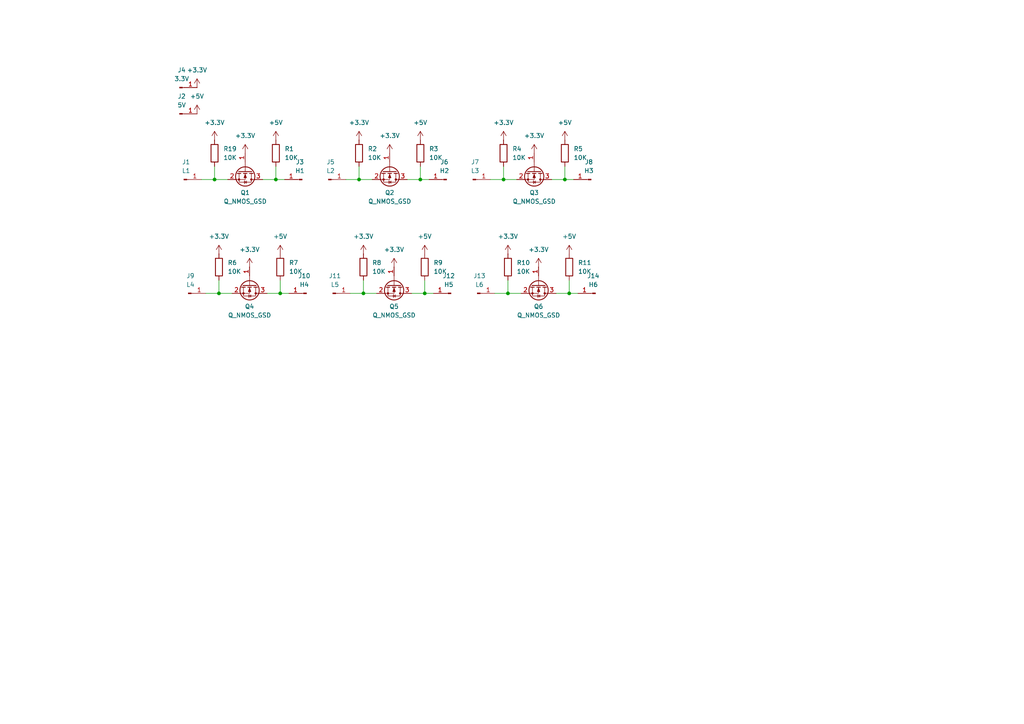
<source format=kicad_sch>
(kicad_sch
	(version 20250114)
	(generator "eeschema")
	(generator_version "9.0")
	(uuid "60b2e0e7-9079-43f8-ac53-de1d1a34aa3f")
	(paper "A4")
	(lib_symbols
		(symbol "Connector:Conn_01x01_Pin"
			(pin_names
				(offset 1.016)
				(hide yes)
			)
			(exclude_from_sim no)
			(in_bom yes)
			(on_board yes)
			(property "Reference" "J"
				(at 0 2.54 0)
				(effects
					(font
						(size 1.27 1.27)
					)
				)
			)
			(property "Value" "Conn_01x01_Pin"
				(at 0 -2.54 0)
				(effects
					(font
						(size 1.27 1.27)
					)
				)
			)
			(property "Footprint" ""
				(at 0 0 0)
				(effects
					(font
						(size 1.27 1.27)
					)
					(hide yes)
				)
			)
			(property "Datasheet" "~"
				(at 0 0 0)
				(effects
					(font
						(size 1.27 1.27)
					)
					(hide yes)
				)
			)
			(property "Description" "Generic connector, single row, 01x01, script generated"
				(at 0 0 0)
				(effects
					(font
						(size 1.27 1.27)
					)
					(hide yes)
				)
			)
			(property "ki_locked" ""
				(at 0 0 0)
				(effects
					(font
						(size 1.27 1.27)
					)
				)
			)
			(property "ki_keywords" "connector"
				(at 0 0 0)
				(effects
					(font
						(size 1.27 1.27)
					)
					(hide yes)
				)
			)
			(property "ki_fp_filters" "Connector*:*_1x??_*"
				(at 0 0 0)
				(effects
					(font
						(size 1.27 1.27)
					)
					(hide yes)
				)
			)
			(symbol "Conn_01x01_Pin_1_1"
				(rectangle
					(start 0.8636 0.127)
					(end 0 -0.127)
					(stroke
						(width 0.1524)
						(type default)
					)
					(fill
						(type outline)
					)
				)
				(polyline
					(pts
						(xy 1.27 0) (xy 0.8636 0)
					)
					(stroke
						(width 0.1524)
						(type default)
					)
					(fill
						(type none)
					)
				)
				(pin passive line
					(at 5.08 0 180)
					(length 3.81)
					(name "Pin_1"
						(effects
							(font
								(size 1.27 1.27)
							)
						)
					)
					(number "1"
						(effects
							(font
								(size 1.27 1.27)
							)
						)
					)
				)
			)
			(embedded_fonts no)
		)
		(symbol "Device:R"
			(pin_numbers
				(hide yes)
			)
			(pin_names
				(offset 0)
			)
			(exclude_from_sim no)
			(in_bom yes)
			(on_board yes)
			(property "Reference" "R"
				(at 2.032 0 90)
				(effects
					(font
						(size 1.27 1.27)
					)
				)
			)
			(property "Value" "R"
				(at 0 0 90)
				(effects
					(font
						(size 1.27 1.27)
					)
				)
			)
			(property "Footprint" ""
				(at -1.778 0 90)
				(effects
					(font
						(size 1.27 1.27)
					)
					(hide yes)
				)
			)
			(property "Datasheet" "~"
				(at 0 0 0)
				(effects
					(font
						(size 1.27 1.27)
					)
					(hide yes)
				)
			)
			(property "Description" "Resistor"
				(at 0 0 0)
				(effects
					(font
						(size 1.27 1.27)
					)
					(hide yes)
				)
			)
			(property "ki_keywords" "R res resistor"
				(at 0 0 0)
				(effects
					(font
						(size 1.27 1.27)
					)
					(hide yes)
				)
			)
			(property "ki_fp_filters" "R_*"
				(at 0 0 0)
				(effects
					(font
						(size 1.27 1.27)
					)
					(hide yes)
				)
			)
			(symbol "R_0_1"
				(rectangle
					(start -1.016 -2.54)
					(end 1.016 2.54)
					(stroke
						(width 0.254)
						(type default)
					)
					(fill
						(type none)
					)
				)
			)
			(symbol "R_1_1"
				(pin passive line
					(at 0 3.81 270)
					(length 1.27)
					(name "~"
						(effects
							(font
								(size 1.27 1.27)
							)
						)
					)
					(number "1"
						(effects
							(font
								(size 1.27 1.27)
							)
						)
					)
				)
				(pin passive line
					(at 0 -3.81 90)
					(length 1.27)
					(name "~"
						(effects
							(font
								(size 1.27 1.27)
							)
						)
					)
					(number "2"
						(effects
							(font
								(size 1.27 1.27)
							)
						)
					)
				)
			)
			(embedded_fonts no)
		)
		(symbol "Transistor_FET:Q_NMOS_GSD"
			(pin_names
				(offset 0)
				(hide yes)
			)
			(exclude_from_sim no)
			(in_bom yes)
			(on_board yes)
			(property "Reference" "Q"
				(at 5.08 1.905 0)
				(effects
					(font
						(size 1.27 1.27)
					)
					(justify left)
				)
			)
			(property "Value" "Q_NMOS_GSD"
				(at 5.08 0 0)
				(effects
					(font
						(size 1.27 1.27)
					)
					(justify left)
				)
			)
			(property "Footprint" ""
				(at 5.08 2.54 0)
				(effects
					(font
						(size 1.27 1.27)
					)
					(hide yes)
				)
			)
			(property "Datasheet" "~"
				(at 0 0 0)
				(effects
					(font
						(size 1.27 1.27)
					)
					(hide yes)
				)
			)
			(property "Description" "N-MOSFET transistor, gate/source/drain"
				(at 0 0 0)
				(effects
					(font
						(size 1.27 1.27)
					)
					(hide yes)
				)
			)
			(property "ki_keywords" "transistor NMOS N-MOS N-MOSFET"
				(at 0 0 0)
				(effects
					(font
						(size 1.27 1.27)
					)
					(hide yes)
				)
			)
			(symbol "Q_NMOS_GSD_0_1"
				(polyline
					(pts
						(xy 0.254 1.905) (xy 0.254 -1.905)
					)
					(stroke
						(width 0.254)
						(type default)
					)
					(fill
						(type none)
					)
				)
				(polyline
					(pts
						(xy 0.254 0) (xy -2.54 0)
					)
					(stroke
						(width 0)
						(type default)
					)
					(fill
						(type none)
					)
				)
				(polyline
					(pts
						(xy 0.762 2.286) (xy 0.762 1.27)
					)
					(stroke
						(width 0.254)
						(type default)
					)
					(fill
						(type none)
					)
				)
				(polyline
					(pts
						(xy 0.762 0.508) (xy 0.762 -0.508)
					)
					(stroke
						(width 0.254)
						(type default)
					)
					(fill
						(type none)
					)
				)
				(polyline
					(pts
						(xy 0.762 -1.27) (xy 0.762 -2.286)
					)
					(stroke
						(width 0.254)
						(type default)
					)
					(fill
						(type none)
					)
				)
				(polyline
					(pts
						(xy 0.762 -1.778) (xy 3.302 -1.778) (xy 3.302 1.778) (xy 0.762 1.778)
					)
					(stroke
						(width 0)
						(type default)
					)
					(fill
						(type none)
					)
				)
				(polyline
					(pts
						(xy 1.016 0) (xy 2.032 0.381) (xy 2.032 -0.381) (xy 1.016 0)
					)
					(stroke
						(width 0)
						(type default)
					)
					(fill
						(type outline)
					)
				)
				(circle
					(center 1.651 0)
					(radius 2.794)
					(stroke
						(width 0.254)
						(type default)
					)
					(fill
						(type none)
					)
				)
				(polyline
					(pts
						(xy 2.54 2.54) (xy 2.54 1.778)
					)
					(stroke
						(width 0)
						(type default)
					)
					(fill
						(type none)
					)
				)
				(circle
					(center 2.54 1.778)
					(radius 0.254)
					(stroke
						(width 0)
						(type default)
					)
					(fill
						(type outline)
					)
				)
				(circle
					(center 2.54 -1.778)
					(radius 0.254)
					(stroke
						(width 0)
						(type default)
					)
					(fill
						(type outline)
					)
				)
				(polyline
					(pts
						(xy 2.54 -2.54) (xy 2.54 0) (xy 0.762 0)
					)
					(stroke
						(width 0)
						(type default)
					)
					(fill
						(type none)
					)
				)
				(polyline
					(pts
						(xy 2.921 0.381) (xy 3.683 0.381)
					)
					(stroke
						(width 0)
						(type default)
					)
					(fill
						(type none)
					)
				)
				(polyline
					(pts
						(xy 3.302 0.381) (xy 2.921 -0.254) (xy 3.683 -0.254) (xy 3.302 0.381)
					)
					(stroke
						(width 0)
						(type default)
					)
					(fill
						(type none)
					)
				)
			)
			(symbol "Q_NMOS_GSD_1_1"
				(pin input line
					(at -5.08 0 0)
					(length 2.54)
					(name "G"
						(effects
							(font
								(size 1.27 1.27)
							)
						)
					)
					(number "1"
						(effects
							(font
								(size 1.27 1.27)
							)
						)
					)
				)
				(pin passive line
					(at 2.54 5.08 270)
					(length 2.54)
					(name "D"
						(effects
							(font
								(size 1.27 1.27)
							)
						)
					)
					(number "3"
						(effects
							(font
								(size 1.27 1.27)
							)
						)
					)
				)
				(pin passive line
					(at 2.54 -5.08 90)
					(length 2.54)
					(name "S"
						(effects
							(font
								(size 1.27 1.27)
							)
						)
					)
					(number "2"
						(effects
							(font
								(size 1.27 1.27)
							)
						)
					)
				)
			)
			(embedded_fonts no)
		)
		(symbol "power:+3.3V"
			(power)
			(pin_numbers
				(hide yes)
			)
			(pin_names
				(offset 0)
				(hide yes)
			)
			(exclude_from_sim no)
			(in_bom yes)
			(on_board yes)
			(property "Reference" "#PWR"
				(at 0 -3.81 0)
				(effects
					(font
						(size 1.27 1.27)
					)
					(hide yes)
				)
			)
			(property "Value" "+3.3V"
				(at 0 3.556 0)
				(effects
					(font
						(size 1.27 1.27)
					)
				)
			)
			(property "Footprint" ""
				(at 0 0 0)
				(effects
					(font
						(size 1.27 1.27)
					)
					(hide yes)
				)
			)
			(property "Datasheet" ""
				(at 0 0 0)
				(effects
					(font
						(size 1.27 1.27)
					)
					(hide yes)
				)
			)
			(property "Description" "Power symbol creates a global label with name \"+3.3V\""
				(at 0 0 0)
				(effects
					(font
						(size 1.27 1.27)
					)
					(hide yes)
				)
			)
			(property "ki_keywords" "global power"
				(at 0 0 0)
				(effects
					(font
						(size 1.27 1.27)
					)
					(hide yes)
				)
			)
			(symbol "+3.3V_0_1"
				(polyline
					(pts
						(xy -0.762 1.27) (xy 0 2.54)
					)
					(stroke
						(width 0)
						(type default)
					)
					(fill
						(type none)
					)
				)
				(polyline
					(pts
						(xy 0 2.54) (xy 0.762 1.27)
					)
					(stroke
						(width 0)
						(type default)
					)
					(fill
						(type none)
					)
				)
				(polyline
					(pts
						(xy 0 0) (xy 0 2.54)
					)
					(stroke
						(width 0)
						(type default)
					)
					(fill
						(type none)
					)
				)
			)
			(symbol "+3.3V_1_1"
				(pin power_in line
					(at 0 0 90)
					(length 0)
					(name "~"
						(effects
							(font
								(size 1.27 1.27)
							)
						)
					)
					(number "1"
						(effects
							(font
								(size 1.27 1.27)
							)
						)
					)
				)
			)
			(embedded_fonts no)
		)
		(symbol "power:+5V"
			(power)
			(pin_numbers
				(hide yes)
			)
			(pin_names
				(offset 0)
				(hide yes)
			)
			(exclude_from_sim no)
			(in_bom yes)
			(on_board yes)
			(property "Reference" "#PWR"
				(at 0 -3.81 0)
				(effects
					(font
						(size 1.27 1.27)
					)
					(hide yes)
				)
			)
			(property "Value" "+5V"
				(at 0 3.556 0)
				(effects
					(font
						(size 1.27 1.27)
					)
				)
			)
			(property "Footprint" ""
				(at 0 0 0)
				(effects
					(font
						(size 1.27 1.27)
					)
					(hide yes)
				)
			)
			(property "Datasheet" ""
				(at 0 0 0)
				(effects
					(font
						(size 1.27 1.27)
					)
					(hide yes)
				)
			)
			(property "Description" "Power symbol creates a global label with name \"+5V\""
				(at 0 0 0)
				(effects
					(font
						(size 1.27 1.27)
					)
					(hide yes)
				)
			)
			(property "ki_keywords" "global power"
				(at 0 0 0)
				(effects
					(font
						(size 1.27 1.27)
					)
					(hide yes)
				)
			)
			(symbol "+5V_0_1"
				(polyline
					(pts
						(xy -0.762 1.27) (xy 0 2.54)
					)
					(stroke
						(width 0)
						(type default)
					)
					(fill
						(type none)
					)
				)
				(polyline
					(pts
						(xy 0 2.54) (xy 0.762 1.27)
					)
					(stroke
						(width 0)
						(type default)
					)
					(fill
						(type none)
					)
				)
				(polyline
					(pts
						(xy 0 0) (xy 0 2.54)
					)
					(stroke
						(width 0)
						(type default)
					)
					(fill
						(type none)
					)
				)
			)
			(symbol "+5V_1_1"
				(pin power_in line
					(at 0 0 90)
					(length 0)
					(name "~"
						(effects
							(font
								(size 1.27 1.27)
							)
						)
					)
					(number "1"
						(effects
							(font
								(size 1.27 1.27)
							)
						)
					)
				)
			)
			(embedded_fonts no)
		)
	)
	(junction
		(at 121.92 52.07)
		(diameter 0)
		(color 0 0 0 0)
		(uuid "016a65cb-a87a-44e2-8b26-a514ae4843d9")
	)
	(junction
		(at 147.32 85.09)
		(diameter 0)
		(color 0 0 0 0)
		(uuid "1f6df55b-33b0-4092-b796-6c1bee1986bd")
	)
	(junction
		(at 104.14 52.07)
		(diameter 0)
		(color 0 0 0 0)
		(uuid "41eef28d-2b55-4356-9bda-d6f355ee129c")
	)
	(junction
		(at 63.5 85.09)
		(diameter 0)
		(color 0 0 0 0)
		(uuid "617c0652-5c61-4a98-a95d-f758124dd603")
	)
	(junction
		(at 146.05 52.07)
		(diameter 0)
		(color 0 0 0 0)
		(uuid "6338dc9e-f744-4928-a2a2-eec7a7b8be76")
	)
	(junction
		(at 105.41 85.09)
		(diameter 0)
		(color 0 0 0 0)
		(uuid "a34b8d9c-3500-4f3c-8c48-6157ba2e5551")
	)
	(junction
		(at 81.28 85.09)
		(diameter 0)
		(color 0 0 0 0)
		(uuid "ad65f68e-eac0-4359-a87d-8721c4351574")
	)
	(junction
		(at 163.83 52.07)
		(diameter 0)
		(color 0 0 0 0)
		(uuid "b40ffbab-7a0a-436c-9d2a-0c8d45e59245")
	)
	(junction
		(at 80.01 52.07)
		(diameter 0)
		(color 0 0 0 0)
		(uuid "ca0897ad-d6a2-40f9-b16a-b82a2a9236b1")
	)
	(junction
		(at 165.1 85.09)
		(diameter 0)
		(color 0 0 0 0)
		(uuid "cbd433f6-1dd6-43b3-aa25-16ea9256280d")
	)
	(junction
		(at 123.19 85.09)
		(diameter 0)
		(color 0 0 0 0)
		(uuid "d9f2af24-178a-428b-8bee-0459b27388ea")
	)
	(junction
		(at 62.23 52.07)
		(diameter 0)
		(color 0 0 0 0)
		(uuid "e9c933d1-ca1f-4b62-8ff5-532fe015a9dd")
	)
	(wire
		(pts
			(xy 59.69 85.09) (xy 63.5 85.09)
		)
		(stroke
			(width 0)
			(type default)
		)
		(uuid "02827cad-f59b-4b29-86b6-f41d32b1ce86")
	)
	(wire
		(pts
			(xy 143.51 85.09) (xy 147.32 85.09)
		)
		(stroke
			(width 0)
			(type default)
		)
		(uuid "03e5837a-42e8-4c16-806f-8f8b3841b9b5")
	)
	(wire
		(pts
			(xy 62.23 52.07) (xy 66.04 52.07)
		)
		(stroke
			(width 0)
			(type default)
		)
		(uuid "044685d9-33a8-4062-a51d-8d7bc6ec67eb")
	)
	(wire
		(pts
			(xy 165.1 85.09) (xy 167.64 85.09)
		)
		(stroke
			(width 0)
			(type default)
		)
		(uuid "10df1718-8e6e-41a7-b6f5-eebc883e3984")
	)
	(wire
		(pts
			(xy 76.2 52.07) (xy 80.01 52.07)
		)
		(stroke
			(width 0)
			(type default)
		)
		(uuid "235b24a1-68cc-4e74-9845-52022ce98521")
	)
	(wire
		(pts
			(xy 165.1 81.28) (xy 165.1 85.09)
		)
		(stroke
			(width 0)
			(type default)
		)
		(uuid "245f68e4-2c10-4355-821e-a55d4a8bcb31")
	)
	(wire
		(pts
			(xy 105.41 81.28) (xy 105.41 85.09)
		)
		(stroke
			(width 0)
			(type default)
		)
		(uuid "369350aa-8168-4a8f-91c4-62d6b3299195")
	)
	(wire
		(pts
			(xy 63.5 85.09) (xy 67.31 85.09)
		)
		(stroke
			(width 0)
			(type default)
		)
		(uuid "36ae1c42-9d73-428f-837b-f198d4690e4b")
	)
	(wire
		(pts
			(xy 63.5 81.28) (xy 63.5 85.09)
		)
		(stroke
			(width 0)
			(type default)
		)
		(uuid "3a3b6957-ae5c-46b1-bf1a-1748248b6744")
	)
	(wire
		(pts
			(xy 121.92 48.26) (xy 121.92 52.07)
		)
		(stroke
			(width 0)
			(type default)
		)
		(uuid "427d4722-41dc-431e-9141-5e7798fdb633")
	)
	(wire
		(pts
			(xy 77.47 85.09) (xy 81.28 85.09)
		)
		(stroke
			(width 0)
			(type default)
		)
		(uuid "458e1ae8-4bd5-494d-9661-b33c0dc5d949")
	)
	(wire
		(pts
			(xy 101.6 85.09) (xy 105.41 85.09)
		)
		(stroke
			(width 0)
			(type default)
		)
		(uuid "4f6a1351-6c88-4d28-ba19-9e07f3db1111")
	)
	(wire
		(pts
			(xy 105.41 85.09) (xy 109.22 85.09)
		)
		(stroke
			(width 0)
			(type default)
		)
		(uuid "5339901b-0be2-40ba-b451-7e4e331bd266")
	)
	(wire
		(pts
			(xy 160.02 52.07) (xy 163.83 52.07)
		)
		(stroke
			(width 0)
			(type default)
		)
		(uuid "560e40d5-b2a2-409d-960e-887b17a88d6f")
	)
	(wire
		(pts
			(xy 80.01 48.26) (xy 80.01 52.07)
		)
		(stroke
			(width 0)
			(type default)
		)
		(uuid "5904b133-667e-4bc2-8445-fdda79e9d8bf")
	)
	(wire
		(pts
			(xy 81.28 81.28) (xy 81.28 85.09)
		)
		(stroke
			(width 0)
			(type default)
		)
		(uuid "5b80a6f4-718e-49fc-934c-ea9460f7f8e4")
	)
	(wire
		(pts
			(xy 147.32 81.28) (xy 147.32 85.09)
		)
		(stroke
			(width 0)
			(type default)
		)
		(uuid "5f81c7f5-960a-472d-ba9d-b5a6cd9edd83")
	)
	(wire
		(pts
			(xy 121.92 52.07) (xy 124.46 52.07)
		)
		(stroke
			(width 0)
			(type default)
		)
		(uuid "5fd68dfd-bf9d-4216-8f98-3c8877368493")
	)
	(wire
		(pts
			(xy 119.38 85.09) (xy 123.19 85.09)
		)
		(stroke
			(width 0)
			(type default)
		)
		(uuid "628194df-3fef-421d-a4d8-9f10ecdc34df")
	)
	(wire
		(pts
			(xy 104.14 52.07) (xy 107.95 52.07)
		)
		(stroke
			(width 0)
			(type default)
		)
		(uuid "6caa074d-8827-4f2f-b66f-13becc45832d")
	)
	(wire
		(pts
			(xy 147.32 85.09) (xy 151.13 85.09)
		)
		(stroke
			(width 0)
			(type default)
		)
		(uuid "70ae4000-1c81-4446-8fc1-35470a854d35")
	)
	(wire
		(pts
			(xy 81.28 85.09) (xy 83.82 85.09)
		)
		(stroke
			(width 0)
			(type default)
		)
		(uuid "74fb1c8f-db02-45c9-8a5f-1e0b6617febe")
	)
	(wire
		(pts
			(xy 146.05 48.26) (xy 146.05 52.07)
		)
		(stroke
			(width 0)
			(type default)
		)
		(uuid "78f147a8-4020-4b14-b377-3e2e257859b5")
	)
	(wire
		(pts
			(xy 62.23 48.26) (xy 62.23 52.07)
		)
		(stroke
			(width 0)
			(type default)
		)
		(uuid "7ff68d1f-4375-4a61-a082-036473e41a0e")
	)
	(wire
		(pts
			(xy 123.19 81.28) (xy 123.19 85.09)
		)
		(stroke
			(width 0)
			(type default)
		)
		(uuid "81c83149-b85b-4ebb-9dae-d96ab26a4172")
	)
	(wire
		(pts
			(xy 58.42 52.07) (xy 62.23 52.07)
		)
		(stroke
			(width 0)
			(type default)
		)
		(uuid "89090890-ff78-4a72-8523-5586c06f2565")
	)
	(wire
		(pts
			(xy 123.19 85.09) (xy 125.73 85.09)
		)
		(stroke
			(width 0)
			(type default)
		)
		(uuid "8a17e7df-6c46-45b4-89cf-c2649f567ec3")
	)
	(wire
		(pts
			(xy 163.83 52.07) (xy 166.37 52.07)
		)
		(stroke
			(width 0)
			(type default)
		)
		(uuid "8e4d6784-737f-463e-91f4-a519a6b04e07")
	)
	(wire
		(pts
			(xy 80.01 52.07) (xy 82.55 52.07)
		)
		(stroke
			(width 0)
			(type default)
		)
		(uuid "9c65c8ea-9713-4989-828f-016450be9c05")
	)
	(wire
		(pts
			(xy 142.24 52.07) (xy 146.05 52.07)
		)
		(stroke
			(width 0)
			(type default)
		)
		(uuid "a0b596cd-8fa6-4945-b6ed-ae2d1f8c4cdc")
	)
	(wire
		(pts
			(xy 118.11 52.07) (xy 121.92 52.07)
		)
		(stroke
			(width 0)
			(type default)
		)
		(uuid "a1555a9d-dd42-4346-80d4-7d2d33975f45")
	)
	(wire
		(pts
			(xy 146.05 52.07) (xy 149.86 52.07)
		)
		(stroke
			(width 0)
			(type default)
		)
		(uuid "aa946555-d8a7-45e0-b56b-a7fce76e5946")
	)
	(wire
		(pts
			(xy 100.33 52.07) (xy 104.14 52.07)
		)
		(stroke
			(width 0)
			(type default)
		)
		(uuid "c08be0d9-7760-4e08-93cd-888c62f56ae4")
	)
	(wire
		(pts
			(xy 161.29 85.09) (xy 165.1 85.09)
		)
		(stroke
			(width 0)
			(type default)
		)
		(uuid "decc116e-3600-404d-b0d8-4ee532aace1a")
	)
	(wire
		(pts
			(xy 163.83 48.26) (xy 163.83 52.07)
		)
		(stroke
			(width 0)
			(type default)
		)
		(uuid "e161c28c-b1fa-4168-8dfb-6676d98fda42")
	)
	(wire
		(pts
			(xy 104.14 48.26) (xy 104.14 52.07)
		)
		(stroke
			(width 0)
			(type default)
		)
		(uuid "ee40c117-8bbe-4a4e-b29b-5489dfcd8007")
	)
	(symbol
		(lib_id "Device:R")
		(at 121.92 44.45 180)
		(unit 1)
		(exclude_from_sim no)
		(in_bom yes)
		(on_board yes)
		(dnp no)
		(fields_autoplaced yes)
		(uuid "05bd0ce9-1428-44a4-bc5a-76c7a3c470ad")
		(property "Reference" "R3"
			(at 124.46 43.1799 0)
			(effects
				(font
					(size 1.27 1.27)
				)
				(justify right)
			)
		)
		(property "Value" "10K"
			(at 124.46 45.7199 0)
			(effects
				(font
					(size 1.27 1.27)
				)
				(justify right)
			)
		)
		(property "Footprint" "Resistor_SMD:R_0805_2012Metric"
			(at 123.698 44.45 90)
			(effects
				(font
					(size 1.27 1.27)
				)
				(hide yes)
			)
		)
		(property "Datasheet" "~"
			(at 121.92 44.45 0)
			(effects
				(font
					(size 1.27 1.27)
				)
				(hide yes)
			)
		)
		(property "Description" "Resistor"
			(at 121.92 44.45 0)
			(effects
				(font
					(size 1.27 1.27)
				)
				(hide yes)
			)
		)
		(pin "1"
			(uuid "8a557a91-cf13-4ef5-9fe4-d2b886923c74")
		)
		(pin "2"
			(uuid "7685926c-8133-4295-b893-5dc3592fc40b")
		)
		(instances
			(project "level_shofter"
				(path "/60b2e0e7-9079-43f8-ac53-de1d1a34aa3f"
					(reference "R3")
					(unit 1)
				)
			)
		)
	)
	(symbol
		(lib_id "Device:R")
		(at 165.1 77.47 180)
		(unit 1)
		(exclude_from_sim no)
		(in_bom yes)
		(on_board yes)
		(dnp no)
		(fields_autoplaced yes)
		(uuid "08be45b1-ce90-45e1-acb4-eb89cefdd155")
		(property "Reference" "R11"
			(at 167.64 76.1999 0)
			(effects
				(font
					(size 1.27 1.27)
				)
				(justify right)
			)
		)
		(property "Value" "10K"
			(at 167.64 78.7399 0)
			(effects
				(font
					(size 1.27 1.27)
				)
				(justify right)
			)
		)
		(property "Footprint" "Resistor_SMD:R_0805_2012Metric"
			(at 166.878 77.47 90)
			(effects
				(font
					(size 1.27 1.27)
				)
				(hide yes)
			)
		)
		(property "Datasheet" "~"
			(at 165.1 77.47 0)
			(effects
				(font
					(size 1.27 1.27)
				)
				(hide yes)
			)
		)
		(property "Description" "Resistor"
			(at 165.1 77.47 0)
			(effects
				(font
					(size 1.27 1.27)
				)
				(hide yes)
			)
		)
		(pin "1"
			(uuid "01627f5b-2306-4eef-a017-78b9a41545f8")
		)
		(pin "2"
			(uuid "15afca85-d472-41ab-9e5d-e040aa7e1911")
		)
		(instances
			(project "level_shofter"
				(path "/60b2e0e7-9079-43f8-ac53-de1d1a34aa3f"
					(reference "R11")
					(unit 1)
				)
			)
		)
	)
	(symbol
		(lib_id "Connector:Conn_01x01_Pin")
		(at 171.45 52.07 180)
		(unit 1)
		(exclude_from_sim no)
		(in_bom yes)
		(on_board yes)
		(dnp no)
		(fields_autoplaced yes)
		(uuid "09131136-011c-456b-86fa-38957980e45a")
		(property "Reference" "J8"
			(at 170.815 46.99 0)
			(effects
				(font
					(size 1.27 1.27)
				)
			)
		)
		(property "Value" "H3"
			(at 170.815 49.53 0)
			(effects
				(font
					(size 1.27 1.27)
				)
			)
		)
		(property "Footprint" "Connector_Wire:SolderWirePad_1x01_SMD_1x2mm"
			(at 171.45 52.07 0)
			(effects
				(font
					(size 1.27 1.27)
				)
				(hide yes)
			)
		)
		(property "Datasheet" "~"
			(at 171.45 52.07 0)
			(effects
				(font
					(size 1.27 1.27)
				)
				(hide yes)
			)
		)
		(property "Description" "Generic connector, single row, 01x01, script generated"
			(at 171.45 52.07 0)
			(effects
				(font
					(size 1.27 1.27)
				)
				(hide yes)
			)
		)
		(pin "1"
			(uuid "de387e1b-7121-4382-b85d-b90f74300dac")
		)
		(instances
			(project "level_shofter"
				(path "/60b2e0e7-9079-43f8-ac53-de1d1a34aa3f"
					(reference "J8")
					(unit 1)
				)
			)
		)
	)
	(symbol
		(lib_id "power:+5V")
		(at 81.28 73.66 0)
		(unit 1)
		(exclude_from_sim no)
		(in_bom yes)
		(on_board yes)
		(dnp no)
		(fields_autoplaced yes)
		(uuid "0e3c7447-c3ef-4135-8721-c732bb44a20a")
		(property "Reference" "#PWR014"
			(at 81.28 77.47 0)
			(effects
				(font
					(size 1.27 1.27)
				)
				(hide yes)
			)
		)
		(property "Value" "+5V"
			(at 81.28 68.58 0)
			(effects
				(font
					(size 1.27 1.27)
				)
			)
		)
		(property "Footprint" ""
			(at 81.28 73.66 0)
			(effects
				(font
					(size 1.27 1.27)
				)
				(hide yes)
			)
		)
		(property "Datasheet" ""
			(at 81.28 73.66 0)
			(effects
				(font
					(size 1.27 1.27)
				)
				(hide yes)
			)
		)
		(property "Description" "Power symbol creates a global label with name \"+5V\""
			(at 81.28 73.66 0)
			(effects
				(font
					(size 1.27 1.27)
				)
				(hide yes)
			)
		)
		(pin "1"
			(uuid "4061ce83-3352-4d97-8c00-75fb8023ed27")
		)
		(instances
			(project "level_shofter"
				(path "/60b2e0e7-9079-43f8-ac53-de1d1a34aa3f"
					(reference "#PWR014")
					(unit 1)
				)
			)
		)
	)
	(symbol
		(lib_id "Transistor_FET:Q_NMOS_GSD")
		(at 71.12 49.53 270)
		(unit 1)
		(exclude_from_sim no)
		(in_bom yes)
		(on_board yes)
		(dnp no)
		(fields_autoplaced yes)
		(uuid "0ef027a1-d618-49de-ab16-9159d2728cb6")
		(property "Reference" "Q1"
			(at 71.12 55.88 90)
			(effects
				(font
					(size 1.27 1.27)
				)
			)
		)
		(property "Value" "Q_NMOS_GSD"
			(at 71.12 58.42 90)
			(effects
				(font
					(size 1.27 1.27)
				)
			)
		)
		(property "Footprint" "Package_TO_SOT_SMD:SOT-23_Handsoldering"
			(at 73.66 54.61 0)
			(effects
				(font
					(size 1.27 1.27)
				)
				(hide yes)
			)
		)
		(property "Datasheet" "~"
			(at 71.12 49.53 0)
			(effects
				(font
					(size 1.27 1.27)
				)
				(hide yes)
			)
		)
		(property "Description" "N-MOSFET transistor, gate/source/drain"
			(at 71.12 49.53 0)
			(effects
				(font
					(size 1.27 1.27)
				)
				(hide yes)
			)
		)
		(pin "1"
			(uuid "5f1dd54a-3b99-425c-b195-60f98f0c0086")
		)
		(pin "3"
			(uuid "4151b204-9ae2-44c5-9ac8-c7a79d885373")
		)
		(pin "2"
			(uuid "c3b906d9-08d1-4ab7-9cb3-a4452dd46f2f")
		)
		(instances
			(project ""
				(path "/60b2e0e7-9079-43f8-ac53-de1d1a34aa3f"
					(reference "Q1")
					(unit 1)
				)
			)
		)
	)
	(symbol
		(lib_id "Transistor_FET:Q_NMOS_GSD")
		(at 113.03 49.53 270)
		(unit 1)
		(exclude_from_sim no)
		(in_bom yes)
		(on_board yes)
		(dnp no)
		(fields_autoplaced yes)
		(uuid "14009031-c113-452c-ae84-0098dbaf6f86")
		(property "Reference" "Q2"
			(at 113.03 55.88 90)
			(effects
				(font
					(size 1.27 1.27)
				)
			)
		)
		(property "Value" "Q_NMOS_GSD"
			(at 113.03 58.42 90)
			(effects
				(font
					(size 1.27 1.27)
				)
			)
		)
		(property "Footprint" "Package_TO_SOT_SMD:SOT-23_Handsoldering"
			(at 115.57 54.61 0)
			(effects
				(font
					(size 1.27 1.27)
				)
				(hide yes)
			)
		)
		(property "Datasheet" "~"
			(at 113.03 49.53 0)
			(effects
				(font
					(size 1.27 1.27)
				)
				(hide yes)
			)
		)
		(property "Description" "N-MOSFET transistor, gate/source/drain"
			(at 113.03 49.53 0)
			(effects
				(font
					(size 1.27 1.27)
				)
				(hide yes)
			)
		)
		(pin "1"
			(uuid "0a7154ef-446a-44c7-b61b-7070916b5ec9")
		)
		(pin "3"
			(uuid "db66eec0-9dab-4d82-8181-8a63abf4efbc")
		)
		(pin "2"
			(uuid "fbb78689-ee01-455c-954f-d051260fecff")
		)
		(instances
			(project "level_shofter"
				(path "/60b2e0e7-9079-43f8-ac53-de1d1a34aa3f"
					(reference "Q2")
					(unit 1)
				)
			)
		)
	)
	(symbol
		(lib_id "Device:R")
		(at 147.32 77.47 180)
		(unit 1)
		(exclude_from_sim no)
		(in_bom yes)
		(on_board yes)
		(dnp no)
		(fields_autoplaced yes)
		(uuid "17e8e59e-af44-4549-964f-b694abe987b4")
		(property "Reference" "R10"
			(at 149.86 76.1999 0)
			(effects
				(font
					(size 1.27 1.27)
				)
				(justify right)
			)
		)
		(property "Value" "10K"
			(at 149.86 78.7399 0)
			(effects
				(font
					(size 1.27 1.27)
				)
				(justify right)
			)
		)
		(property "Footprint" "Resistor_SMD:R_0805_2012Metric"
			(at 149.098 77.47 90)
			(effects
				(font
					(size 1.27 1.27)
				)
				(hide yes)
			)
		)
		(property "Datasheet" "~"
			(at 147.32 77.47 0)
			(effects
				(font
					(size 1.27 1.27)
				)
				(hide yes)
			)
		)
		(property "Description" "Resistor"
			(at 147.32 77.47 0)
			(effects
				(font
					(size 1.27 1.27)
				)
				(hide yes)
			)
		)
		(pin "1"
			(uuid "ee29470b-b1a3-4977-9c9e-602e8bad8f10")
		)
		(pin "2"
			(uuid "89825bec-6ed2-4c2e-924b-581d79cc8c9e")
		)
		(instances
			(project "level_shofter"
				(path "/60b2e0e7-9079-43f8-ac53-de1d1a34aa3f"
					(reference "R10")
					(unit 1)
				)
			)
		)
	)
	(symbol
		(lib_id "Device:R")
		(at 146.05 44.45 180)
		(unit 1)
		(exclude_from_sim no)
		(in_bom yes)
		(on_board yes)
		(dnp no)
		(fields_autoplaced yes)
		(uuid "194dd1c0-010e-4bb6-ab39-e6e9358912b3")
		(property "Reference" "R4"
			(at 148.59 43.1799 0)
			(effects
				(font
					(size 1.27 1.27)
				)
				(justify right)
			)
		)
		(property "Value" "10K"
			(at 148.59 45.7199 0)
			(effects
				(font
					(size 1.27 1.27)
				)
				(justify right)
			)
		)
		(property "Footprint" "Resistor_SMD:R_0805_2012Metric"
			(at 147.828 44.45 90)
			(effects
				(font
					(size 1.27 1.27)
				)
				(hide yes)
			)
		)
		(property "Datasheet" "~"
			(at 146.05 44.45 0)
			(effects
				(font
					(size 1.27 1.27)
				)
				(hide yes)
			)
		)
		(property "Description" "Resistor"
			(at 146.05 44.45 0)
			(effects
				(font
					(size 1.27 1.27)
				)
				(hide yes)
			)
		)
		(pin "1"
			(uuid "1071913d-0780-447a-b892-7b8ddf36ac03")
		)
		(pin "2"
			(uuid "da82442c-f49c-4876-8edd-e66c06595920")
		)
		(instances
			(project "level_shofter"
				(path "/60b2e0e7-9079-43f8-ac53-de1d1a34aa3f"
					(reference "R4")
					(unit 1)
				)
			)
		)
	)
	(symbol
		(lib_id "Device:R")
		(at 63.5 77.47 180)
		(unit 1)
		(exclude_from_sim no)
		(in_bom yes)
		(on_board yes)
		(dnp no)
		(fields_autoplaced yes)
		(uuid "1a7930c4-d202-4a5e-b307-80e1d10d2939")
		(property "Reference" "R6"
			(at 66.04 76.1999 0)
			(effects
				(font
					(size 1.27 1.27)
				)
				(justify right)
			)
		)
		(property "Value" "10K"
			(at 66.04 78.7399 0)
			(effects
				(font
					(size 1.27 1.27)
				)
				(justify right)
			)
		)
		(property "Footprint" "Resistor_SMD:R_0805_2012Metric"
			(at 65.278 77.47 90)
			(effects
				(font
					(size 1.27 1.27)
				)
				(hide yes)
			)
		)
		(property "Datasheet" "~"
			(at 63.5 77.47 0)
			(effects
				(font
					(size 1.27 1.27)
				)
				(hide yes)
			)
		)
		(property "Description" "Resistor"
			(at 63.5 77.47 0)
			(effects
				(font
					(size 1.27 1.27)
				)
				(hide yes)
			)
		)
		(pin "1"
			(uuid "b163ac3c-4db1-4d06-9c83-f89263ec71fc")
		)
		(pin "2"
			(uuid "9a7b78d1-a6dc-4d11-a3a1-14d9e3683460")
		)
		(instances
			(project "level_shofter"
				(path "/60b2e0e7-9079-43f8-ac53-de1d1a34aa3f"
					(reference "R6")
					(unit 1)
				)
			)
		)
	)
	(symbol
		(lib_id "power:+3.3V")
		(at 62.23 40.64 0)
		(unit 1)
		(exclude_from_sim no)
		(in_bom yes)
		(on_board yes)
		(dnp no)
		(fields_autoplaced yes)
		(uuid "1b7c0238-f530-4eaf-8442-3b7b14245112")
		(property "Reference" "#PWR01"
			(at 62.23 44.45 0)
			(effects
				(font
					(size 1.27 1.27)
				)
				(hide yes)
			)
		)
		(property "Value" "+3.3V"
			(at 62.23 35.56 0)
			(effects
				(font
					(size 1.27 1.27)
				)
			)
		)
		(property "Footprint" ""
			(at 62.23 40.64 0)
			(effects
				(font
					(size 1.27 1.27)
				)
				(hide yes)
			)
		)
		(property "Datasheet" ""
			(at 62.23 40.64 0)
			(effects
				(font
					(size 1.27 1.27)
				)
				(hide yes)
			)
		)
		(property "Description" "Power symbol creates a global label with name \"+3.3V\""
			(at 62.23 40.64 0)
			(effects
				(font
					(size 1.27 1.27)
				)
				(hide yes)
			)
		)
		(pin "1"
			(uuid "6886bf63-6580-4391-b81c-cb9055e8d78e")
		)
		(instances
			(project ""
				(path "/60b2e0e7-9079-43f8-ac53-de1d1a34aa3f"
					(reference "#PWR01")
					(unit 1)
				)
			)
		)
	)
	(symbol
		(lib_id "power:+3.3V")
		(at 146.05 40.64 0)
		(unit 1)
		(exclude_from_sim no)
		(in_bom yes)
		(on_board yes)
		(dnp no)
		(fields_autoplaced yes)
		(uuid "1ebd8753-89b3-415f-94e5-3ebd7d41f8e1")
		(property "Reference" "#PWR09"
			(at 146.05 44.45 0)
			(effects
				(font
					(size 1.27 1.27)
				)
				(hide yes)
			)
		)
		(property "Value" "+3.3V"
			(at 146.05 35.56 0)
			(effects
				(font
					(size 1.27 1.27)
				)
			)
		)
		(property "Footprint" ""
			(at 146.05 40.64 0)
			(effects
				(font
					(size 1.27 1.27)
				)
				(hide yes)
			)
		)
		(property "Datasheet" ""
			(at 146.05 40.64 0)
			(effects
				(font
					(size 1.27 1.27)
				)
				(hide yes)
			)
		)
		(property "Description" "Power symbol creates a global label with name \"+3.3V\""
			(at 146.05 40.64 0)
			(effects
				(font
					(size 1.27 1.27)
				)
				(hide yes)
			)
		)
		(pin "1"
			(uuid "380719ee-8422-4c64-a8d0-963812f684b3")
		)
		(instances
			(project "level_shofter"
				(path "/60b2e0e7-9079-43f8-ac53-de1d1a34aa3f"
					(reference "#PWR09")
					(unit 1)
				)
			)
		)
	)
	(symbol
		(lib_id "power:+5V")
		(at 121.92 40.64 0)
		(unit 1)
		(exclude_from_sim no)
		(in_bom yes)
		(on_board yes)
		(dnp no)
		(fields_autoplaced yes)
		(uuid "1fb6ab4f-37e5-42cb-889e-793d7f6aed56")
		(property "Reference" "#PWR08"
			(at 121.92 44.45 0)
			(effects
				(font
					(size 1.27 1.27)
				)
				(hide yes)
			)
		)
		(property "Value" "+5V"
			(at 121.92 35.56 0)
			(effects
				(font
					(size 1.27 1.27)
				)
			)
		)
		(property "Footprint" ""
			(at 121.92 40.64 0)
			(effects
				(font
					(size 1.27 1.27)
				)
				(hide yes)
			)
		)
		(property "Datasheet" ""
			(at 121.92 40.64 0)
			(effects
				(font
					(size 1.27 1.27)
				)
				(hide yes)
			)
		)
		(property "Description" "Power symbol creates a global label with name \"+5V\""
			(at 121.92 40.64 0)
			(effects
				(font
					(size 1.27 1.27)
				)
				(hide yes)
			)
		)
		(pin "1"
			(uuid "bf1aaff5-7950-4c8a-acc1-43926a3e56af")
		)
		(instances
			(project "level_shofter"
				(path "/60b2e0e7-9079-43f8-ac53-de1d1a34aa3f"
					(reference "#PWR08")
					(unit 1)
				)
			)
		)
	)
	(symbol
		(lib_id "Connector:Conn_01x01_Pin")
		(at 172.72 85.09 180)
		(unit 1)
		(exclude_from_sim no)
		(in_bom yes)
		(on_board yes)
		(dnp no)
		(fields_autoplaced yes)
		(uuid "25aa39cb-f739-4093-abbc-26f37aabc0a5")
		(property "Reference" "J14"
			(at 172.085 80.01 0)
			(effects
				(font
					(size 1.27 1.27)
				)
			)
		)
		(property "Value" "H6"
			(at 172.085 82.55 0)
			(effects
				(font
					(size 1.27 1.27)
				)
			)
		)
		(property "Footprint" "Connector_Wire:SolderWirePad_1x01_SMD_1x2mm"
			(at 172.72 85.09 0)
			(effects
				(font
					(size 1.27 1.27)
				)
				(hide yes)
			)
		)
		(property "Datasheet" "~"
			(at 172.72 85.09 0)
			(effects
				(font
					(size 1.27 1.27)
				)
				(hide yes)
			)
		)
		(property "Description" "Generic connector, single row, 01x01, script generated"
			(at 172.72 85.09 0)
			(effects
				(font
					(size 1.27 1.27)
				)
				(hide yes)
			)
		)
		(pin "1"
			(uuid "55510252-9331-41a4-a738-c14af671cc45")
		)
		(instances
			(project "level_shofter"
				(path "/60b2e0e7-9079-43f8-ac53-de1d1a34aa3f"
					(reference "J14")
					(unit 1)
				)
			)
		)
	)
	(symbol
		(lib_id "Connector:Conn_01x01_Pin")
		(at 137.16 52.07 0)
		(unit 1)
		(exclude_from_sim no)
		(in_bom yes)
		(on_board yes)
		(dnp no)
		(fields_autoplaced yes)
		(uuid "29cc598e-430d-4acd-8320-909728e21c6d")
		(property "Reference" "J7"
			(at 137.795 46.99 0)
			(effects
				(font
					(size 1.27 1.27)
				)
			)
		)
		(property "Value" "L3"
			(at 137.795 49.53 0)
			(effects
				(font
					(size 1.27 1.27)
				)
			)
		)
		(property "Footprint" "Connector_Wire:SolderWirePad_1x01_SMD_1x2mm"
			(at 137.16 52.07 0)
			(effects
				(font
					(size 1.27 1.27)
				)
				(hide yes)
			)
		)
		(property "Datasheet" "~"
			(at 137.16 52.07 0)
			(effects
				(font
					(size 1.27 1.27)
				)
				(hide yes)
			)
		)
		(property "Description" "Generic connector, single row, 01x01, script generated"
			(at 137.16 52.07 0)
			(effects
				(font
					(size 1.27 1.27)
				)
				(hide yes)
			)
		)
		(pin "1"
			(uuid "fac889ca-9e63-4b61-9fd0-f6f53c295bb1")
		)
		(instances
			(project "level_shofter"
				(path "/60b2e0e7-9079-43f8-ac53-de1d1a34aa3f"
					(reference "J7")
					(unit 1)
				)
			)
		)
	)
	(symbol
		(lib_id "Transistor_FET:Q_NMOS_GSD")
		(at 72.39 82.55 270)
		(unit 1)
		(exclude_from_sim no)
		(in_bom yes)
		(on_board yes)
		(dnp no)
		(fields_autoplaced yes)
		(uuid "37107fbb-f5e2-4959-8f4c-766c3ecf0850")
		(property "Reference" "Q4"
			(at 72.39 88.9 90)
			(effects
				(font
					(size 1.27 1.27)
				)
			)
		)
		(property "Value" "Q_NMOS_GSD"
			(at 72.39 91.44 90)
			(effects
				(font
					(size 1.27 1.27)
				)
			)
		)
		(property "Footprint" "Package_TO_SOT_SMD:SOT-23_Handsoldering"
			(at 74.93 87.63 0)
			(effects
				(font
					(size 1.27 1.27)
				)
				(hide yes)
			)
		)
		(property "Datasheet" "~"
			(at 72.39 82.55 0)
			(effects
				(font
					(size 1.27 1.27)
				)
				(hide yes)
			)
		)
		(property "Description" "N-MOSFET transistor, gate/source/drain"
			(at 72.39 82.55 0)
			(effects
				(font
					(size 1.27 1.27)
				)
				(hide yes)
			)
		)
		(pin "1"
			(uuid "f4167b22-2ff1-4110-a2c4-cdaf5c475261")
		)
		(pin "3"
			(uuid "f36f5e6c-b8d6-484c-a111-ee8e9c865832")
		)
		(pin "2"
			(uuid "da7b9de1-9460-4f58-ae1e-111d994932e7")
		)
		(instances
			(project "level_shofter"
				(path "/60b2e0e7-9079-43f8-ac53-de1d1a34aa3f"
					(reference "Q4")
					(unit 1)
				)
			)
		)
	)
	(symbol
		(lib_id "Connector:Conn_01x01_Pin")
		(at 95.25 52.07 0)
		(unit 1)
		(exclude_from_sim no)
		(in_bom yes)
		(on_board yes)
		(dnp no)
		(fields_autoplaced yes)
		(uuid "4152466f-dd71-45fd-8a95-b4c498a22b3a")
		(property "Reference" "J5"
			(at 95.885 46.99 0)
			(effects
				(font
					(size 1.27 1.27)
				)
			)
		)
		(property "Value" "L2"
			(at 95.885 49.53 0)
			(effects
				(font
					(size 1.27 1.27)
				)
			)
		)
		(property "Footprint" "Connector_Wire:SolderWirePad_1x01_SMD_1x2mm"
			(at 95.25 52.07 0)
			(effects
				(font
					(size 1.27 1.27)
				)
				(hide yes)
			)
		)
		(property "Datasheet" "~"
			(at 95.25 52.07 0)
			(effects
				(font
					(size 1.27 1.27)
				)
				(hide yes)
			)
		)
		(property "Description" "Generic connector, single row, 01x01, script generated"
			(at 95.25 52.07 0)
			(effects
				(font
					(size 1.27 1.27)
				)
				(hide yes)
			)
		)
		(pin "1"
			(uuid "242dc035-bce7-4568-96ce-eeb43055d6d5")
		)
		(instances
			(project "level_shofter"
				(path "/60b2e0e7-9079-43f8-ac53-de1d1a34aa3f"
					(reference "J5")
					(unit 1)
				)
			)
		)
	)
	(symbol
		(lib_id "Transistor_FET:Q_NMOS_GSD")
		(at 156.21 82.55 270)
		(unit 1)
		(exclude_from_sim no)
		(in_bom yes)
		(on_board yes)
		(dnp no)
		(fields_autoplaced yes)
		(uuid "42fb0858-5e56-425d-addf-aa6c96c5b935")
		(property "Reference" "Q6"
			(at 156.21 88.9 90)
			(effects
				(font
					(size 1.27 1.27)
				)
			)
		)
		(property "Value" "Q_NMOS_GSD"
			(at 156.21 91.44 90)
			(effects
				(font
					(size 1.27 1.27)
				)
			)
		)
		(property "Footprint" "Package_TO_SOT_SMD:SOT-23_Handsoldering"
			(at 158.75 87.63 0)
			(effects
				(font
					(size 1.27 1.27)
				)
				(hide yes)
			)
		)
		(property "Datasheet" "~"
			(at 156.21 82.55 0)
			(effects
				(font
					(size 1.27 1.27)
				)
				(hide yes)
			)
		)
		(property "Description" "N-MOSFET transistor, gate/source/drain"
			(at 156.21 82.55 0)
			(effects
				(font
					(size 1.27 1.27)
				)
				(hide yes)
			)
		)
		(pin "1"
			(uuid "55abe904-a4c0-48f6-a645-d9fe2564fabc")
		)
		(pin "3"
			(uuid "90d87187-08dd-4b76-a9f2-54f9da7efc6b")
		)
		(pin "2"
			(uuid "2322669e-3979-419d-a593-7a6d9f769c3d")
		)
		(instances
			(project "level_shofter"
				(path "/60b2e0e7-9079-43f8-ac53-de1d1a34aa3f"
					(reference "Q6")
					(unit 1)
				)
			)
		)
	)
	(symbol
		(lib_id "Connector:Conn_01x01_Pin")
		(at 53.34 52.07 0)
		(unit 1)
		(exclude_from_sim no)
		(in_bom yes)
		(on_board yes)
		(dnp no)
		(fields_autoplaced yes)
		(uuid "43cc7bb4-ce92-40e2-823a-dd74ed8a8ce6")
		(property "Reference" "J1"
			(at 53.975 46.99 0)
			(effects
				(font
					(size 1.27 1.27)
				)
			)
		)
		(property "Value" "L1"
			(at 53.975 49.53 0)
			(effects
				(font
					(size 1.27 1.27)
				)
			)
		)
		(property "Footprint" "Connector_Wire:SolderWirePad_1x01_SMD_1x2mm"
			(at 53.34 52.07 0)
			(effects
				(font
					(size 1.27 1.27)
				)
				(hide yes)
			)
		)
		(property "Datasheet" "~"
			(at 53.34 52.07 0)
			(effects
				(font
					(size 1.27 1.27)
				)
				(hide yes)
			)
		)
		(property "Description" "Generic connector, single row, 01x01, script generated"
			(at 53.34 52.07 0)
			(effects
				(font
					(size 1.27 1.27)
				)
				(hide yes)
			)
		)
		(pin "1"
			(uuid "d2a51fec-f9c0-4d99-a5a9-bcf45a486fbf")
		)
		(instances
			(project ""
				(path "/60b2e0e7-9079-43f8-ac53-de1d1a34aa3f"
					(reference "J1")
					(unit 1)
				)
			)
		)
	)
	(symbol
		(lib_id "Connector:Conn_01x01_Pin")
		(at 52.07 33.02 0)
		(unit 1)
		(exclude_from_sim no)
		(in_bom yes)
		(on_board yes)
		(dnp no)
		(fields_autoplaced yes)
		(uuid "43d84a01-41ca-46d6-bcfb-a24cdc2aa569")
		(property "Reference" "J2"
			(at 52.705 27.94 0)
			(effects
				(font
					(size 1.27 1.27)
				)
			)
		)
		(property "Value" "5V"
			(at 52.705 30.48 0)
			(effects
				(font
					(size 1.27 1.27)
				)
			)
		)
		(property "Footprint" "Connector_Wire:SolderWirePad_1x01_SMD_1x2mm"
			(at 52.07 33.02 0)
			(effects
				(font
					(size 1.27 1.27)
				)
				(hide yes)
			)
		)
		(property "Datasheet" "~"
			(at 52.07 33.02 0)
			(effects
				(font
					(size 1.27 1.27)
				)
				(hide yes)
			)
		)
		(property "Description" "Generic connector, single row, 01x01, script generated"
			(at 52.07 33.02 0)
			(effects
				(font
					(size 1.27 1.27)
				)
				(hide yes)
			)
		)
		(pin "1"
			(uuid "4fa9f139-84db-4592-9536-67fde0d4b2c2")
		)
		(instances
			(project "level_shofter"
				(path "/60b2e0e7-9079-43f8-ac53-de1d1a34aa3f"
					(reference "J2")
					(unit 1)
				)
			)
		)
	)
	(symbol
		(lib_id "power:+3.3V")
		(at 57.15 25.4 0)
		(unit 1)
		(exclude_from_sim no)
		(in_bom yes)
		(on_board yes)
		(dnp no)
		(fields_autoplaced yes)
		(uuid "44a28dad-ebfd-4a5b-b250-3ae40d6e34aa")
		(property "Reference" "#PWR02"
			(at 57.15 29.21 0)
			(effects
				(font
					(size 1.27 1.27)
				)
				(hide yes)
			)
		)
		(property "Value" "+3.3V"
			(at 57.15 20.32 0)
			(effects
				(font
					(size 1.27 1.27)
				)
			)
		)
		(property "Footprint" ""
			(at 57.15 25.4 0)
			(effects
				(font
					(size 1.27 1.27)
				)
				(hide yes)
			)
		)
		(property "Datasheet" ""
			(at 57.15 25.4 0)
			(effects
				(font
					(size 1.27 1.27)
				)
				(hide yes)
			)
		)
		(property "Description" "Power symbol creates a global label with name \"+3.3V\""
			(at 57.15 25.4 0)
			(effects
				(font
					(size 1.27 1.27)
				)
				(hide yes)
			)
		)
		(pin "1"
			(uuid "22622e64-00e4-4a74-95d0-fbf801679cb0")
		)
		(instances
			(project ""
				(path "/60b2e0e7-9079-43f8-ac53-de1d1a34aa3f"
					(reference "#PWR02")
					(unit 1)
				)
			)
		)
	)
	(symbol
		(lib_id "Device:R")
		(at 163.83 44.45 180)
		(unit 1)
		(exclude_from_sim no)
		(in_bom yes)
		(on_board yes)
		(dnp no)
		(fields_autoplaced yes)
		(uuid "46721365-2263-4703-9862-add2dc30e5ea")
		(property "Reference" "R5"
			(at 166.37 43.1799 0)
			(effects
				(font
					(size 1.27 1.27)
				)
				(justify right)
			)
		)
		(property "Value" "10K"
			(at 166.37 45.7199 0)
			(effects
				(font
					(size 1.27 1.27)
				)
				(justify right)
			)
		)
		(property "Footprint" "Resistor_SMD:R_0805_2012Metric"
			(at 165.608 44.45 90)
			(effects
				(font
					(size 1.27 1.27)
				)
				(hide yes)
			)
		)
		(property "Datasheet" "~"
			(at 163.83 44.45 0)
			(effects
				(font
					(size 1.27 1.27)
				)
				(hide yes)
			)
		)
		(property "Description" "Resistor"
			(at 163.83 44.45 0)
			(effects
				(font
					(size 1.27 1.27)
				)
				(hide yes)
			)
		)
		(pin "1"
			(uuid "37f07ba2-bda9-4cec-91d6-15c51e27538c")
		)
		(pin "2"
			(uuid "3ce33633-1b92-4be1-a2e2-953469ad8107")
		)
		(instances
			(project "level_shofter"
				(path "/60b2e0e7-9079-43f8-ac53-de1d1a34aa3f"
					(reference "R5")
					(unit 1)
				)
			)
		)
	)
	(symbol
		(lib_id "power:+3.3V")
		(at 156.21 77.47 0)
		(unit 1)
		(exclude_from_sim no)
		(in_bom yes)
		(on_board yes)
		(dnp no)
		(fields_autoplaced yes)
		(uuid "4983b107-3316-42f4-9c7d-5bca7029fab9")
		(property "Reference" "#PWR019"
			(at 156.21 81.28 0)
			(effects
				(font
					(size 1.27 1.27)
				)
				(hide yes)
			)
		)
		(property "Value" "+3.3V"
			(at 156.21 72.39 0)
			(effects
				(font
					(size 1.27 1.27)
				)
			)
		)
		(property "Footprint" ""
			(at 156.21 77.47 0)
			(effects
				(font
					(size 1.27 1.27)
				)
				(hide yes)
			)
		)
		(property "Datasheet" ""
			(at 156.21 77.47 0)
			(effects
				(font
					(size 1.27 1.27)
				)
				(hide yes)
			)
		)
		(property "Description" "Power symbol creates a global label with name \"+3.3V\""
			(at 156.21 77.47 0)
			(effects
				(font
					(size 1.27 1.27)
				)
				(hide yes)
			)
		)
		(pin "1"
			(uuid "e9495016-f742-4116-be10-f096b732933f")
		)
		(instances
			(project "level_shofter"
				(path "/60b2e0e7-9079-43f8-ac53-de1d1a34aa3f"
					(reference "#PWR019")
					(unit 1)
				)
			)
		)
	)
	(symbol
		(lib_id "Connector:Conn_01x01_Pin")
		(at 129.54 52.07 180)
		(unit 1)
		(exclude_from_sim no)
		(in_bom yes)
		(on_board yes)
		(dnp no)
		(fields_autoplaced yes)
		(uuid "4a14e0e2-ebd3-40e4-9965-703aaf8b2902")
		(property "Reference" "J6"
			(at 128.905 46.99 0)
			(effects
				(font
					(size 1.27 1.27)
				)
			)
		)
		(property "Value" "H2"
			(at 128.905 49.53 0)
			(effects
				(font
					(size 1.27 1.27)
				)
			)
		)
		(property "Footprint" "Connector_Wire:SolderWirePad_1x01_SMD_1x2mm"
			(at 129.54 52.07 0)
			(effects
				(font
					(size 1.27 1.27)
				)
				(hide yes)
			)
		)
		(property "Datasheet" "~"
			(at 129.54 52.07 0)
			(effects
				(font
					(size 1.27 1.27)
				)
				(hide yes)
			)
		)
		(property "Description" "Generic connector, single row, 01x01, script generated"
			(at 129.54 52.07 0)
			(effects
				(font
					(size 1.27 1.27)
				)
				(hide yes)
			)
		)
		(pin "1"
			(uuid "9fb5618b-11de-4357-9ca0-c7a28522cd79")
		)
		(instances
			(project "level_shofter"
				(path "/60b2e0e7-9079-43f8-ac53-de1d1a34aa3f"
					(reference "J6")
					(unit 1)
				)
			)
		)
	)
	(symbol
		(lib_id "power:+3.3V")
		(at 63.5 73.66 0)
		(unit 1)
		(exclude_from_sim no)
		(in_bom yes)
		(on_board yes)
		(dnp no)
		(fields_autoplaced yes)
		(uuid "596b65c2-a37b-4b68-855a-e7542831ac64")
		(property "Reference" "#PWR012"
			(at 63.5 77.47 0)
			(effects
				(font
					(size 1.27 1.27)
				)
				(hide yes)
			)
		)
		(property "Value" "+3.3V"
			(at 63.5 68.58 0)
			(effects
				(font
					(size 1.27 1.27)
				)
			)
		)
		(property "Footprint" ""
			(at 63.5 73.66 0)
			(effects
				(font
					(size 1.27 1.27)
				)
				(hide yes)
			)
		)
		(property "Datasheet" ""
			(at 63.5 73.66 0)
			(effects
				(font
					(size 1.27 1.27)
				)
				(hide yes)
			)
		)
		(property "Description" "Power symbol creates a global label with name \"+3.3V\""
			(at 63.5 73.66 0)
			(effects
				(font
					(size 1.27 1.27)
				)
				(hide yes)
			)
		)
		(pin "1"
			(uuid "1b027566-e925-472d-b35b-08cc3972b653")
		)
		(instances
			(project "level_shofter"
				(path "/60b2e0e7-9079-43f8-ac53-de1d1a34aa3f"
					(reference "#PWR012")
					(unit 1)
				)
			)
		)
	)
	(symbol
		(lib_id "Device:R")
		(at 123.19 77.47 180)
		(unit 1)
		(exclude_from_sim no)
		(in_bom yes)
		(on_board yes)
		(dnp no)
		(fields_autoplaced yes)
		(uuid "606b30ec-6f25-480e-b8e2-1010e7317928")
		(property "Reference" "R9"
			(at 125.73 76.1999 0)
			(effects
				(font
					(size 1.27 1.27)
				)
				(justify right)
			)
		)
		(property "Value" "10K"
			(at 125.73 78.7399 0)
			(effects
				(font
					(size 1.27 1.27)
				)
				(justify right)
			)
		)
		(property "Footprint" "Resistor_SMD:R_0805_2012Metric"
			(at 124.968 77.47 90)
			(effects
				(font
					(size 1.27 1.27)
				)
				(hide yes)
			)
		)
		(property "Datasheet" "~"
			(at 123.19 77.47 0)
			(effects
				(font
					(size 1.27 1.27)
				)
				(hide yes)
			)
		)
		(property "Description" "Resistor"
			(at 123.19 77.47 0)
			(effects
				(font
					(size 1.27 1.27)
				)
				(hide yes)
			)
		)
		(pin "1"
			(uuid "98effef8-c7d8-47c8-84f2-c65999695961")
		)
		(pin "2"
			(uuid "caff3454-cfd3-4f22-8a78-fe46eb9ff673")
		)
		(instances
			(project "level_shofter"
				(path "/60b2e0e7-9079-43f8-ac53-de1d1a34aa3f"
					(reference "R9")
					(unit 1)
				)
			)
		)
	)
	(symbol
		(lib_id "power:+3.3V")
		(at 72.39 77.47 0)
		(unit 1)
		(exclude_from_sim no)
		(in_bom yes)
		(on_board yes)
		(dnp no)
		(fields_autoplaced yes)
		(uuid "60ca301e-be42-40a4-b550-51b3cea80507")
		(property "Reference" "#PWR013"
			(at 72.39 81.28 0)
			(effects
				(font
					(size 1.27 1.27)
				)
				(hide yes)
			)
		)
		(property "Value" "+3.3V"
			(at 72.39 72.39 0)
			(effects
				(font
					(size 1.27 1.27)
				)
			)
		)
		(property "Footprint" ""
			(at 72.39 77.47 0)
			(effects
				(font
					(size 1.27 1.27)
				)
				(hide yes)
			)
		)
		(property "Datasheet" ""
			(at 72.39 77.47 0)
			(effects
				(font
					(size 1.27 1.27)
				)
				(hide yes)
			)
		)
		(property "Description" "Power symbol creates a global label with name \"+3.3V\""
			(at 72.39 77.47 0)
			(effects
				(font
					(size 1.27 1.27)
				)
				(hide yes)
			)
		)
		(pin "1"
			(uuid "ea105b25-dd8c-4b6c-ae2b-869733ce6d13")
		)
		(instances
			(project "level_shofter"
				(path "/60b2e0e7-9079-43f8-ac53-de1d1a34aa3f"
					(reference "#PWR013")
					(unit 1)
				)
			)
		)
	)
	(symbol
		(lib_id "Transistor_FET:Q_NMOS_GSD")
		(at 154.94 49.53 270)
		(unit 1)
		(exclude_from_sim no)
		(in_bom yes)
		(on_board yes)
		(dnp no)
		(fields_autoplaced yes)
		(uuid "69008ec2-9bfa-4e86-b3f2-8804f7cefa7c")
		(property "Reference" "Q3"
			(at 154.94 55.88 90)
			(effects
				(font
					(size 1.27 1.27)
				)
			)
		)
		(property "Value" "Q_NMOS_GSD"
			(at 154.94 58.42 90)
			(effects
				(font
					(size 1.27 1.27)
				)
			)
		)
		(property "Footprint" "Package_TO_SOT_SMD:SOT-23_Handsoldering"
			(at 157.48 54.61 0)
			(effects
				(font
					(size 1.27 1.27)
				)
				(hide yes)
			)
		)
		(property "Datasheet" "~"
			(at 154.94 49.53 0)
			(effects
				(font
					(size 1.27 1.27)
				)
				(hide yes)
			)
		)
		(property "Description" "N-MOSFET transistor, gate/source/drain"
			(at 154.94 49.53 0)
			(effects
				(font
					(size 1.27 1.27)
				)
				(hide yes)
			)
		)
		(pin "1"
			(uuid "036f4ea9-a720-4270-98d1-d90f8d2c22cf")
		)
		(pin "3"
			(uuid "95fbabd2-cc51-43fc-8507-263b7f21c17d")
		)
		(pin "2"
			(uuid "09250bd3-db9e-4170-844b-1537b07f811f")
		)
		(instances
			(project "level_shofter"
				(path "/60b2e0e7-9079-43f8-ac53-de1d1a34aa3f"
					(reference "Q3")
					(unit 1)
				)
			)
		)
	)
	(symbol
		(lib_id "Connector:Conn_01x01_Pin")
		(at 138.43 85.09 0)
		(unit 1)
		(exclude_from_sim no)
		(in_bom yes)
		(on_board yes)
		(dnp no)
		(fields_autoplaced yes)
		(uuid "6de026b8-8408-42b0-a8ff-b6f9881fe9a0")
		(property "Reference" "J13"
			(at 139.065 80.01 0)
			(effects
				(font
					(size 1.27 1.27)
				)
			)
		)
		(property "Value" "L6"
			(at 139.065 82.55 0)
			(effects
				(font
					(size 1.27 1.27)
				)
			)
		)
		(property "Footprint" "Connector_Wire:SolderWirePad_1x01_SMD_1x2mm"
			(at 138.43 85.09 0)
			(effects
				(font
					(size 1.27 1.27)
				)
				(hide yes)
			)
		)
		(property "Datasheet" "~"
			(at 138.43 85.09 0)
			(effects
				(font
					(size 1.27 1.27)
				)
				(hide yes)
			)
		)
		(property "Description" "Generic connector, single row, 01x01, script generated"
			(at 138.43 85.09 0)
			(effects
				(font
					(size 1.27 1.27)
				)
				(hide yes)
			)
		)
		(pin "1"
			(uuid "e6dfe654-2202-44fd-bd3a-ee0cd868bfd2")
		)
		(instances
			(project "level_shofter"
				(path "/60b2e0e7-9079-43f8-ac53-de1d1a34aa3f"
					(reference "J13")
					(unit 1)
				)
			)
		)
	)
	(symbol
		(lib_id "power:+3.3V")
		(at 104.14 40.64 0)
		(unit 1)
		(exclude_from_sim no)
		(in_bom yes)
		(on_board yes)
		(dnp no)
		(fields_autoplaced yes)
		(uuid "72ac8732-35c4-4cc5-a06c-4943d649a92c")
		(property "Reference" "#PWR06"
			(at 104.14 44.45 0)
			(effects
				(font
					(size 1.27 1.27)
				)
				(hide yes)
			)
		)
		(property "Value" "+3.3V"
			(at 104.14 35.56 0)
			(effects
				(font
					(size 1.27 1.27)
				)
			)
		)
		(property "Footprint" ""
			(at 104.14 40.64 0)
			(effects
				(font
					(size 1.27 1.27)
				)
				(hide yes)
			)
		)
		(property "Datasheet" ""
			(at 104.14 40.64 0)
			(effects
				(font
					(size 1.27 1.27)
				)
				(hide yes)
			)
		)
		(property "Description" "Power symbol creates a global label with name \"+3.3V\""
			(at 104.14 40.64 0)
			(effects
				(font
					(size 1.27 1.27)
				)
				(hide yes)
			)
		)
		(pin "1"
			(uuid "f839c6f2-fd07-4e7f-93b7-99649705115a")
		)
		(instances
			(project "level_shofter"
				(path "/60b2e0e7-9079-43f8-ac53-de1d1a34aa3f"
					(reference "#PWR06")
					(unit 1)
				)
			)
		)
	)
	(symbol
		(lib_id "Device:R")
		(at 81.28 77.47 180)
		(unit 1)
		(exclude_from_sim no)
		(in_bom yes)
		(on_board yes)
		(dnp no)
		(fields_autoplaced yes)
		(uuid "7e7a78a7-caa0-4dba-9439-e6601c3725bb")
		(property "Reference" "R7"
			(at 83.82 76.1999 0)
			(effects
				(font
					(size 1.27 1.27)
				)
				(justify right)
			)
		)
		(property "Value" "10K"
			(at 83.82 78.7399 0)
			(effects
				(font
					(size 1.27 1.27)
				)
				(justify right)
			)
		)
		(property "Footprint" "Resistor_SMD:R_0805_2012Metric"
			(at 83.058 77.47 90)
			(effects
				(font
					(size 1.27 1.27)
				)
				(hide yes)
			)
		)
		(property "Datasheet" "~"
			(at 81.28 77.47 0)
			(effects
				(font
					(size 1.27 1.27)
				)
				(hide yes)
			)
		)
		(property "Description" "Resistor"
			(at 81.28 77.47 0)
			(effects
				(font
					(size 1.27 1.27)
				)
				(hide yes)
			)
		)
		(pin "1"
			(uuid "8e9aae1e-9dbb-4cd0-948c-77e92541375d")
		)
		(pin "2"
			(uuid "4c796369-03f9-40c9-a586-1935befd75e4")
		)
		(instances
			(project "level_shofter"
				(path "/60b2e0e7-9079-43f8-ac53-de1d1a34aa3f"
					(reference "R7")
					(unit 1)
				)
			)
		)
	)
	(symbol
		(lib_id "Device:R")
		(at 105.41 77.47 180)
		(unit 1)
		(exclude_from_sim no)
		(in_bom yes)
		(on_board yes)
		(dnp no)
		(fields_autoplaced yes)
		(uuid "82d710cb-bf74-40d4-90f1-a46e2f833e6d")
		(property "Reference" "R8"
			(at 107.95 76.1999 0)
			(effects
				(font
					(size 1.27 1.27)
				)
				(justify right)
			)
		)
		(property "Value" "10K"
			(at 107.95 78.7399 0)
			(effects
				(font
					(size 1.27 1.27)
				)
				(justify right)
			)
		)
		(property "Footprint" "Resistor_SMD:R_0805_2012Metric"
			(at 107.188 77.47 90)
			(effects
				(font
					(size 1.27 1.27)
				)
				(hide yes)
			)
		)
		(property "Datasheet" "~"
			(at 105.41 77.47 0)
			(effects
				(font
					(size 1.27 1.27)
				)
				(hide yes)
			)
		)
		(property "Description" "Resistor"
			(at 105.41 77.47 0)
			(effects
				(font
					(size 1.27 1.27)
				)
				(hide yes)
			)
		)
		(pin "1"
			(uuid "619fcdf4-81b7-4242-a44a-7c75292db088")
		)
		(pin "2"
			(uuid "ef87899f-397a-47b2-8eb6-114547fdf3c0")
		)
		(instances
			(project "level_shofter"
				(path "/60b2e0e7-9079-43f8-ac53-de1d1a34aa3f"
					(reference "R8")
					(unit 1)
				)
			)
		)
	)
	(symbol
		(lib_id "Connector:Conn_01x01_Pin")
		(at 88.9 85.09 180)
		(unit 1)
		(exclude_from_sim no)
		(in_bom yes)
		(on_board yes)
		(dnp no)
		(fields_autoplaced yes)
		(uuid "8bf7b96a-d766-47cc-bb34-5fc093d11190")
		(property "Reference" "J10"
			(at 88.265 80.01 0)
			(effects
				(font
					(size 1.27 1.27)
				)
			)
		)
		(property "Value" "H4"
			(at 88.265 82.55 0)
			(effects
				(font
					(size 1.27 1.27)
				)
			)
		)
		(property "Footprint" "Connector_Wire:SolderWirePad_1x01_SMD_1x2mm"
			(at 88.9 85.09 0)
			(effects
				(font
					(size 1.27 1.27)
				)
				(hide yes)
			)
		)
		(property "Datasheet" "~"
			(at 88.9 85.09 0)
			(effects
				(font
					(size 1.27 1.27)
				)
				(hide yes)
			)
		)
		(property "Description" "Generic connector, single row, 01x01, script generated"
			(at 88.9 85.09 0)
			(effects
				(font
					(size 1.27 1.27)
				)
				(hide yes)
			)
		)
		(pin "1"
			(uuid "8e977c1c-7a6b-4eb3-b38b-2086271e19b9")
		)
		(instances
			(project "level_shofter"
				(path "/60b2e0e7-9079-43f8-ac53-de1d1a34aa3f"
					(reference "J10")
					(unit 1)
				)
			)
		)
	)
	(symbol
		(lib_id "Device:R")
		(at 62.23 44.45 180)
		(unit 1)
		(exclude_from_sim no)
		(in_bom yes)
		(on_board yes)
		(dnp no)
		(fields_autoplaced yes)
		(uuid "917c0e1d-d7f4-4b58-96ce-2705ff4ecbce")
		(property "Reference" "R19"
			(at 64.77 43.1799 0)
			(effects
				(font
					(size 1.27 1.27)
				)
				(justify right)
			)
		)
		(property "Value" "10K"
			(at 64.77 45.7199 0)
			(effects
				(font
					(size 1.27 1.27)
				)
				(justify right)
			)
		)
		(property "Footprint" "Resistor_SMD:R_0805_2012Metric"
			(at 64.008 44.45 90)
			(effects
				(font
					(size 1.27 1.27)
				)
				(hide yes)
			)
		)
		(property "Datasheet" "~"
			(at 62.23 44.45 0)
			(effects
				(font
					(size 1.27 1.27)
				)
				(hide yes)
			)
		)
		(property "Description" "Resistor"
			(at 62.23 44.45 0)
			(effects
				(font
					(size 1.27 1.27)
				)
				(hide yes)
			)
		)
		(pin "1"
			(uuid "eb3d1985-e0d3-4a93-a538-965aea14a0dc")
		)
		(pin "2"
			(uuid "e94c9da6-e87c-4053-9adf-91b8be3a11dc")
		)
		(instances
			(project "level_shofter"
				(path "/60b2e0e7-9079-43f8-ac53-de1d1a34aa3f"
					(reference "R19")
					(unit 1)
				)
			)
		)
	)
	(symbol
		(lib_id "power:+3.3V")
		(at 154.94 44.45 0)
		(unit 1)
		(exclude_from_sim no)
		(in_bom yes)
		(on_board yes)
		(dnp no)
		(fields_autoplaced yes)
		(uuid "9368cf56-9fc3-4271-9b55-3d1ebb06391c")
		(property "Reference" "#PWR010"
			(at 154.94 48.26 0)
			(effects
				(font
					(size 1.27 1.27)
				)
				(hide yes)
			)
		)
		(property "Value" "+3.3V"
			(at 154.94 39.37 0)
			(effects
				(font
					(size 1.27 1.27)
				)
			)
		)
		(property "Footprint" ""
			(at 154.94 44.45 0)
			(effects
				(font
					(size 1.27 1.27)
				)
				(hide yes)
			)
		)
		(property "Datasheet" ""
			(at 154.94 44.45 0)
			(effects
				(font
					(size 1.27 1.27)
				)
				(hide yes)
			)
		)
		(property "Description" "Power symbol creates a global label with name \"+3.3V\""
			(at 154.94 44.45 0)
			(effects
				(font
					(size 1.27 1.27)
				)
				(hide yes)
			)
		)
		(pin "1"
			(uuid "1c50a962-12a4-4653-8f9f-e884ebef8a90")
		)
		(instances
			(project "level_shofter"
				(path "/60b2e0e7-9079-43f8-ac53-de1d1a34aa3f"
					(reference "#PWR010")
					(unit 1)
				)
			)
		)
	)
	(symbol
		(lib_id "power:+3.3V")
		(at 113.03 44.45 0)
		(unit 1)
		(exclude_from_sim no)
		(in_bom yes)
		(on_board yes)
		(dnp no)
		(fields_autoplaced yes)
		(uuid "954910b4-165d-4f6b-a48e-aaa2f0e1b20f")
		(property "Reference" "#PWR07"
			(at 113.03 48.26 0)
			(effects
				(font
					(size 1.27 1.27)
				)
				(hide yes)
			)
		)
		(property "Value" "+3.3V"
			(at 113.03 39.37 0)
			(effects
				(font
					(size 1.27 1.27)
				)
			)
		)
		(property "Footprint" ""
			(at 113.03 44.45 0)
			(effects
				(font
					(size 1.27 1.27)
				)
				(hide yes)
			)
		)
		(property "Datasheet" ""
			(at 113.03 44.45 0)
			(effects
				(font
					(size 1.27 1.27)
				)
				(hide yes)
			)
		)
		(property "Description" "Power symbol creates a global label with name \"+3.3V\""
			(at 113.03 44.45 0)
			(effects
				(font
					(size 1.27 1.27)
				)
				(hide yes)
			)
		)
		(pin "1"
			(uuid "2bfc3909-8acd-4770-9b29-5033dfbc73b1")
		)
		(instances
			(project "level_shofter"
				(path "/60b2e0e7-9079-43f8-ac53-de1d1a34aa3f"
					(reference "#PWR07")
					(unit 1)
				)
			)
		)
	)
	(symbol
		(lib_id "Device:R")
		(at 104.14 44.45 180)
		(unit 1)
		(exclude_from_sim no)
		(in_bom yes)
		(on_board yes)
		(dnp no)
		(fields_autoplaced yes)
		(uuid "9e4c6c6e-1942-4345-9508-6e037c3d8679")
		(property "Reference" "R2"
			(at 106.68 43.1799 0)
			(effects
				(font
					(size 1.27 1.27)
				)
				(justify right)
			)
		)
		(property "Value" "10K"
			(at 106.68 45.7199 0)
			(effects
				(font
					(size 1.27 1.27)
				)
				(justify right)
			)
		)
		(property "Footprint" "Resistor_SMD:R_0805_2012Metric"
			(at 105.918 44.45 90)
			(effects
				(font
					(size 1.27 1.27)
				)
				(hide yes)
			)
		)
		(property "Datasheet" "~"
			(at 104.14 44.45 0)
			(effects
				(font
					(size 1.27 1.27)
				)
				(hide yes)
			)
		)
		(property "Description" "Resistor"
			(at 104.14 44.45 0)
			(effects
				(font
					(size 1.27 1.27)
				)
				(hide yes)
			)
		)
		(pin "1"
			(uuid "6ad23077-6f25-4445-9df6-c10c0b36eddb")
		)
		(pin "2"
			(uuid "29180578-2766-46f1-974a-e60eb5e12b31")
		)
		(instances
			(project "level_shofter"
				(path "/60b2e0e7-9079-43f8-ac53-de1d1a34aa3f"
					(reference "R2")
					(unit 1)
				)
			)
		)
	)
	(symbol
		(lib_id "Transistor_FET:Q_NMOS_GSD")
		(at 114.3 82.55 270)
		(unit 1)
		(exclude_from_sim no)
		(in_bom yes)
		(on_board yes)
		(dnp no)
		(fields_autoplaced yes)
		(uuid "a1373c5a-85d6-4660-8e48-0152472f3020")
		(property "Reference" "Q5"
			(at 114.3 88.9 90)
			(effects
				(font
					(size 1.27 1.27)
				)
			)
		)
		(property "Value" "Q_NMOS_GSD"
			(at 114.3 91.44 90)
			(effects
				(font
					(size 1.27 1.27)
				)
			)
		)
		(property "Footprint" "Package_TO_SOT_SMD:SOT-23_Handsoldering"
			(at 116.84 87.63 0)
			(effects
				(font
					(size 1.27 1.27)
				)
				(hide yes)
			)
		)
		(property "Datasheet" "~"
			(at 114.3 82.55 0)
			(effects
				(font
					(size 1.27 1.27)
				)
				(hide yes)
			)
		)
		(property "Description" "N-MOSFET transistor, gate/source/drain"
			(at 114.3 82.55 0)
			(effects
				(font
					(size 1.27 1.27)
				)
				(hide yes)
			)
		)
		(pin "1"
			(uuid "acb87937-a2d4-466e-85d7-9a1adce44c9e")
		)
		(pin "3"
			(uuid "2b3a2d70-4345-4d96-8f30-83ca4b118f06")
		)
		(pin "2"
			(uuid "e5f5b56a-5be7-4e16-8ac3-cfe0fbd15355")
		)
		(instances
			(project "level_shofter"
				(path "/60b2e0e7-9079-43f8-ac53-de1d1a34aa3f"
					(reference "Q5")
					(unit 1)
				)
			)
		)
	)
	(symbol
		(lib_id "power:+5V")
		(at 123.19 73.66 0)
		(unit 1)
		(exclude_from_sim no)
		(in_bom yes)
		(on_board yes)
		(dnp no)
		(fields_autoplaced yes)
		(uuid "b34b9085-77ed-4b07-abf1-41b50d56b860")
		(property "Reference" "#PWR017"
			(at 123.19 77.47 0)
			(effects
				(font
					(size 1.27 1.27)
				)
				(hide yes)
			)
		)
		(property "Value" "+5V"
			(at 123.19 68.58 0)
			(effects
				(font
					(size 1.27 1.27)
				)
			)
		)
		(property "Footprint" ""
			(at 123.19 73.66 0)
			(effects
				(font
					(size 1.27 1.27)
				)
				(hide yes)
			)
		)
		(property "Datasheet" ""
			(at 123.19 73.66 0)
			(effects
				(font
					(size 1.27 1.27)
				)
				(hide yes)
			)
		)
		(property "Description" "Power symbol creates a global label with name \"+5V\""
			(at 123.19 73.66 0)
			(effects
				(font
					(size 1.27 1.27)
				)
				(hide yes)
			)
		)
		(pin "1"
			(uuid "d06685f9-47f3-4be9-b995-2cda403d5bd8")
		)
		(instances
			(project "level_shofter"
				(path "/60b2e0e7-9079-43f8-ac53-de1d1a34aa3f"
					(reference "#PWR017")
					(unit 1)
				)
			)
		)
	)
	(symbol
		(lib_id "power:+3.3V")
		(at 105.41 73.66 0)
		(unit 1)
		(exclude_from_sim no)
		(in_bom yes)
		(on_board yes)
		(dnp no)
		(fields_autoplaced yes)
		(uuid "b378733a-2d92-4baa-bbd0-1deda5670583")
		(property "Reference" "#PWR015"
			(at 105.41 77.47 0)
			(effects
				(font
					(size 1.27 1.27)
				)
				(hide yes)
			)
		)
		(property "Value" "+3.3V"
			(at 105.41 68.58 0)
			(effects
				(font
					(size 1.27 1.27)
				)
			)
		)
		(property "Footprint" ""
			(at 105.41 73.66 0)
			(effects
				(font
					(size 1.27 1.27)
				)
				(hide yes)
			)
		)
		(property "Datasheet" ""
			(at 105.41 73.66 0)
			(effects
				(font
					(size 1.27 1.27)
				)
				(hide yes)
			)
		)
		(property "Description" "Power symbol creates a global label with name \"+3.3V\""
			(at 105.41 73.66 0)
			(effects
				(font
					(size 1.27 1.27)
				)
				(hide yes)
			)
		)
		(pin "1"
			(uuid "9a2677c6-fb03-467e-af85-1f34be80280e")
		)
		(instances
			(project "level_shofter"
				(path "/60b2e0e7-9079-43f8-ac53-de1d1a34aa3f"
					(reference "#PWR015")
					(unit 1)
				)
			)
		)
	)
	(symbol
		(lib_id "power:+3.3V")
		(at 147.32 73.66 0)
		(unit 1)
		(exclude_from_sim no)
		(in_bom yes)
		(on_board yes)
		(dnp no)
		(fields_autoplaced yes)
		(uuid "b400577f-f75c-49de-8799-345061e7e23d")
		(property "Reference" "#PWR018"
			(at 147.32 77.47 0)
			(effects
				(font
					(size 1.27 1.27)
				)
				(hide yes)
			)
		)
		(property "Value" "+3.3V"
			(at 147.32 68.58 0)
			(effects
				(font
					(size 1.27 1.27)
				)
			)
		)
		(property "Footprint" ""
			(at 147.32 73.66 0)
			(effects
				(font
					(size 1.27 1.27)
				)
				(hide yes)
			)
		)
		(property "Datasheet" ""
			(at 147.32 73.66 0)
			(effects
				(font
					(size 1.27 1.27)
				)
				(hide yes)
			)
		)
		(property "Description" "Power symbol creates a global label with name \"+3.3V\""
			(at 147.32 73.66 0)
			(effects
				(font
					(size 1.27 1.27)
				)
				(hide yes)
			)
		)
		(pin "1"
			(uuid "9d850987-28c2-43c7-a488-d0a0219667f6")
		)
		(instances
			(project "level_shofter"
				(path "/60b2e0e7-9079-43f8-ac53-de1d1a34aa3f"
					(reference "#PWR018")
					(unit 1)
				)
			)
		)
	)
	(symbol
		(lib_id "Connector:Conn_01x01_Pin")
		(at 54.61 85.09 0)
		(unit 1)
		(exclude_from_sim no)
		(in_bom yes)
		(on_board yes)
		(dnp no)
		(fields_autoplaced yes)
		(uuid "b9278e36-d263-4750-af19-e35b995cdd5c")
		(property "Reference" "J9"
			(at 55.245 80.01 0)
			(effects
				(font
					(size 1.27 1.27)
				)
			)
		)
		(property "Value" "L4"
			(at 55.245 82.55 0)
			(effects
				(font
					(size 1.27 1.27)
				)
			)
		)
		(property "Footprint" "Connector_Wire:SolderWirePad_1x01_SMD_1x2mm"
			(at 54.61 85.09 0)
			(effects
				(font
					(size 1.27 1.27)
				)
				(hide yes)
			)
		)
		(property "Datasheet" "~"
			(at 54.61 85.09 0)
			(effects
				(font
					(size 1.27 1.27)
				)
				(hide yes)
			)
		)
		(property "Description" "Generic connector, single row, 01x01, script generated"
			(at 54.61 85.09 0)
			(effects
				(font
					(size 1.27 1.27)
				)
				(hide yes)
			)
		)
		(pin "1"
			(uuid "24bcfc1e-a74d-4ce9-a575-d99ae37ee36d")
		)
		(instances
			(project "level_shofter"
				(path "/60b2e0e7-9079-43f8-ac53-de1d1a34aa3f"
					(reference "J9")
					(unit 1)
				)
			)
		)
	)
	(symbol
		(lib_id "Device:R")
		(at 80.01 44.45 180)
		(unit 1)
		(exclude_from_sim no)
		(in_bom yes)
		(on_board yes)
		(dnp no)
		(fields_autoplaced yes)
		(uuid "bd6196df-afba-443a-a6d2-691f00072470")
		(property "Reference" "R1"
			(at 82.55 43.1799 0)
			(effects
				(font
					(size 1.27 1.27)
				)
				(justify right)
			)
		)
		(property "Value" "10K"
			(at 82.55 45.7199 0)
			(effects
				(font
					(size 1.27 1.27)
				)
				(justify right)
			)
		)
		(property "Footprint" "Resistor_SMD:R_0805_2012Metric"
			(at 81.788 44.45 90)
			(effects
				(font
					(size 1.27 1.27)
				)
				(hide yes)
			)
		)
		(property "Datasheet" "~"
			(at 80.01 44.45 0)
			(effects
				(font
					(size 1.27 1.27)
				)
				(hide yes)
			)
		)
		(property "Description" "Resistor"
			(at 80.01 44.45 0)
			(effects
				(font
					(size 1.27 1.27)
				)
				(hide yes)
			)
		)
		(pin "1"
			(uuid "501a8326-82d5-4639-9748-584107d82c09")
		)
		(pin "2"
			(uuid "8e33d250-599f-491c-be38-c22fd00ff263")
		)
		(instances
			(project "level_shofter"
				(path "/60b2e0e7-9079-43f8-ac53-de1d1a34aa3f"
					(reference "R1")
					(unit 1)
				)
			)
		)
	)
	(symbol
		(lib_id "power:+3.3V")
		(at 71.12 44.45 0)
		(unit 1)
		(exclude_from_sim no)
		(in_bom yes)
		(on_board yes)
		(dnp no)
		(fields_autoplaced yes)
		(uuid "c5cb38ca-2428-4054-bf9b-7776b1c8d2d2")
		(property "Reference" "#PWR05"
			(at 71.12 48.26 0)
			(effects
				(font
					(size 1.27 1.27)
				)
				(hide yes)
			)
		)
		(property "Value" "+3.3V"
			(at 71.12 39.37 0)
			(effects
				(font
					(size 1.27 1.27)
				)
			)
		)
		(property "Footprint" ""
			(at 71.12 44.45 0)
			(effects
				(font
					(size 1.27 1.27)
				)
				(hide yes)
			)
		)
		(property "Datasheet" ""
			(at 71.12 44.45 0)
			(effects
				(font
					(size 1.27 1.27)
				)
				(hide yes)
			)
		)
		(property "Description" "Power symbol creates a global label with name \"+3.3V\""
			(at 71.12 44.45 0)
			(effects
				(font
					(size 1.27 1.27)
				)
				(hide yes)
			)
		)
		(pin "1"
			(uuid "d10936e2-d354-41ed-9da5-217e30804591")
		)
		(instances
			(project ""
				(path "/60b2e0e7-9079-43f8-ac53-de1d1a34aa3f"
					(reference "#PWR05")
					(unit 1)
				)
			)
		)
	)
	(symbol
		(lib_id "power:+5V")
		(at 163.83 40.64 0)
		(unit 1)
		(exclude_from_sim no)
		(in_bom yes)
		(on_board yes)
		(dnp no)
		(fields_autoplaced yes)
		(uuid "caf7553c-d0ac-4916-8ffd-0a18b25696a0")
		(property "Reference" "#PWR011"
			(at 163.83 44.45 0)
			(effects
				(font
					(size 1.27 1.27)
				)
				(hide yes)
			)
		)
		(property "Value" "+5V"
			(at 163.83 35.56 0)
			(effects
				(font
					(size 1.27 1.27)
				)
			)
		)
		(property "Footprint" ""
			(at 163.83 40.64 0)
			(effects
				(font
					(size 1.27 1.27)
				)
				(hide yes)
			)
		)
		(property "Datasheet" ""
			(at 163.83 40.64 0)
			(effects
				(font
					(size 1.27 1.27)
				)
				(hide yes)
			)
		)
		(property "Description" "Power symbol creates a global label with name \"+5V\""
			(at 163.83 40.64 0)
			(effects
				(font
					(size 1.27 1.27)
				)
				(hide yes)
			)
		)
		(pin "1"
			(uuid "614ef00d-85c2-4911-b5cc-e1e215dafbfb")
		)
		(instances
			(project "level_shofter"
				(path "/60b2e0e7-9079-43f8-ac53-de1d1a34aa3f"
					(reference "#PWR011")
					(unit 1)
				)
			)
		)
	)
	(symbol
		(lib_id "power:+5V")
		(at 80.01 40.64 0)
		(unit 1)
		(exclude_from_sim no)
		(in_bom yes)
		(on_board yes)
		(dnp no)
		(fields_autoplaced yes)
		(uuid "cd7f7027-09ef-4826-87a8-1a500e662bd2")
		(property "Reference" "#PWR04"
			(at 80.01 44.45 0)
			(effects
				(font
					(size 1.27 1.27)
				)
				(hide yes)
			)
		)
		(property "Value" "+5V"
			(at 80.01 35.56 0)
			(effects
				(font
					(size 1.27 1.27)
				)
			)
		)
		(property "Footprint" ""
			(at 80.01 40.64 0)
			(effects
				(font
					(size 1.27 1.27)
				)
				(hide yes)
			)
		)
		(property "Datasheet" ""
			(at 80.01 40.64 0)
			(effects
				(font
					(size 1.27 1.27)
				)
				(hide yes)
			)
		)
		(property "Description" "Power symbol creates a global label with name \"+5V\""
			(at 80.01 40.64 0)
			(effects
				(font
					(size 1.27 1.27)
				)
				(hide yes)
			)
		)
		(pin "1"
			(uuid "dcdcc310-1d15-4bcf-b5b7-d39eafa15388")
		)
		(instances
			(project ""
				(path "/60b2e0e7-9079-43f8-ac53-de1d1a34aa3f"
					(reference "#PWR04")
					(unit 1)
				)
			)
		)
	)
	(symbol
		(lib_id "power:+3.3V")
		(at 114.3 77.47 0)
		(unit 1)
		(exclude_from_sim no)
		(in_bom yes)
		(on_board yes)
		(dnp no)
		(fields_autoplaced yes)
		(uuid "d03d90e5-01fb-4692-b9de-98cfac58aae2")
		(property "Reference" "#PWR016"
			(at 114.3 81.28 0)
			(effects
				(font
					(size 1.27 1.27)
				)
				(hide yes)
			)
		)
		(property "Value" "+3.3V"
			(at 114.3 72.39 0)
			(effects
				(font
					(size 1.27 1.27)
				)
			)
		)
		(property "Footprint" ""
			(at 114.3 77.47 0)
			(effects
				(font
					(size 1.27 1.27)
				)
				(hide yes)
			)
		)
		(property "Datasheet" ""
			(at 114.3 77.47 0)
			(effects
				(font
					(size 1.27 1.27)
				)
				(hide yes)
			)
		)
		(property "Description" "Power symbol creates a global label with name \"+3.3V\""
			(at 114.3 77.47 0)
			(effects
				(font
					(size 1.27 1.27)
				)
				(hide yes)
			)
		)
		(pin "1"
			(uuid "01171bc3-a1ed-48f6-a145-562402162e5c")
		)
		(instances
			(project "level_shofter"
				(path "/60b2e0e7-9079-43f8-ac53-de1d1a34aa3f"
					(reference "#PWR016")
					(unit 1)
				)
			)
		)
	)
	(symbol
		(lib_id "power:+5V")
		(at 165.1 73.66 0)
		(unit 1)
		(exclude_from_sim no)
		(in_bom yes)
		(on_board yes)
		(dnp no)
		(fields_autoplaced yes)
		(uuid "d67e1e33-06a5-453f-9b1b-90b46f8b4fed")
		(property "Reference" "#PWR020"
			(at 165.1 77.47 0)
			(effects
				(font
					(size 1.27 1.27)
				)
				(hide yes)
			)
		)
		(property "Value" "+5V"
			(at 165.1 68.58 0)
			(effects
				(font
					(size 1.27 1.27)
				)
			)
		)
		(property "Footprint" ""
			(at 165.1 73.66 0)
			(effects
				(font
					(size 1.27 1.27)
				)
				(hide yes)
			)
		)
		(property "Datasheet" ""
			(at 165.1 73.66 0)
			(effects
				(font
					(size 1.27 1.27)
				)
				(hide yes)
			)
		)
		(property "Description" "Power symbol creates a global label with name \"+5V\""
			(at 165.1 73.66 0)
			(effects
				(font
					(size 1.27 1.27)
				)
				(hide yes)
			)
		)
		(pin "1"
			(uuid "df57ec32-5158-48a4-8574-1bfe55bcd367")
		)
		(instances
			(project "level_shofter"
				(path "/60b2e0e7-9079-43f8-ac53-de1d1a34aa3f"
					(reference "#PWR020")
					(unit 1)
				)
			)
		)
	)
	(symbol
		(lib_id "Connector:Conn_01x01_Pin")
		(at 130.81 85.09 180)
		(unit 1)
		(exclude_from_sim no)
		(in_bom yes)
		(on_board yes)
		(dnp no)
		(fields_autoplaced yes)
		(uuid "e0860faf-9ac2-4c82-9e3d-c628678ecccc")
		(property "Reference" "J12"
			(at 130.175 80.01 0)
			(effects
				(font
					(size 1.27 1.27)
				)
			)
		)
		(property "Value" "H5"
			(at 130.175 82.55 0)
			(effects
				(font
					(size 1.27 1.27)
				)
			)
		)
		(property "Footprint" "Connector_Wire:SolderWirePad_1x01_SMD_1x2mm"
			(at 130.81 85.09 0)
			(effects
				(font
					(size 1.27 1.27)
				)
				(hide yes)
			)
		)
		(property "Datasheet" "~"
			(at 130.81 85.09 0)
			(effects
				(font
					(size 1.27 1.27)
				)
				(hide yes)
			)
		)
		(property "Description" "Generic connector, single row, 01x01, script generated"
			(at 130.81 85.09 0)
			(effects
				(font
					(size 1.27 1.27)
				)
				(hide yes)
			)
		)
		(pin "1"
			(uuid "878c157a-1682-40f6-a396-ba9a73959045")
		)
		(instances
			(project "level_shofter"
				(path "/60b2e0e7-9079-43f8-ac53-de1d1a34aa3f"
					(reference "J12")
					(unit 1)
				)
			)
		)
	)
	(symbol
		(lib_id "power:+5V")
		(at 57.15 33.02 0)
		(unit 1)
		(exclude_from_sim no)
		(in_bom yes)
		(on_board yes)
		(dnp no)
		(fields_autoplaced yes)
		(uuid "e7978a0a-517e-461a-b06c-a538713b1609")
		(property "Reference" "#PWR03"
			(at 57.15 36.83 0)
			(effects
				(font
					(size 1.27 1.27)
				)
				(hide yes)
			)
		)
		(property "Value" "+5V"
			(at 57.15 27.94 0)
			(effects
				(font
					(size 1.27 1.27)
				)
			)
		)
		(property "Footprint" ""
			(at 57.15 33.02 0)
			(effects
				(font
					(size 1.27 1.27)
				)
				(hide yes)
			)
		)
		(property "Datasheet" ""
			(at 57.15 33.02 0)
			(effects
				(font
					(size 1.27 1.27)
				)
				(hide yes)
			)
		)
		(property "Description" "Power symbol creates a global label with name \"+5V\""
			(at 57.15 33.02 0)
			(effects
				(font
					(size 1.27 1.27)
				)
				(hide yes)
			)
		)
		(pin "1"
			(uuid "aef29812-410a-4d79-a994-fb6d471d752c")
		)
		(instances
			(project ""
				(path "/60b2e0e7-9079-43f8-ac53-de1d1a34aa3f"
					(reference "#PWR03")
					(unit 1)
				)
			)
		)
	)
	(symbol
		(lib_id "Connector:Conn_01x01_Pin")
		(at 52.07 25.4 0)
		(unit 1)
		(exclude_from_sim no)
		(in_bom yes)
		(on_board yes)
		(dnp no)
		(fields_autoplaced yes)
		(uuid "e905c917-bd29-4c07-a5af-9459d52a6c45")
		(property "Reference" "J4"
			(at 52.705 20.32 0)
			(effects
				(font
					(size 1.27 1.27)
				)
			)
		)
		(property "Value" "3.3V"
			(at 52.705 22.86 0)
			(effects
				(font
					(size 1.27 1.27)
				)
			)
		)
		(property "Footprint" "Connector_Wire:SolderWirePad_1x01_SMD_1x2mm"
			(at 52.07 25.4 0)
			(effects
				(font
					(size 1.27 1.27)
				)
				(hide yes)
			)
		)
		(property "Datasheet" "~"
			(at 52.07 25.4 0)
			(effects
				(font
					(size 1.27 1.27)
				)
				(hide yes)
			)
		)
		(property "Description" "Generic connector, single row, 01x01, script generated"
			(at 52.07 25.4 0)
			(effects
				(font
					(size 1.27 1.27)
				)
				(hide yes)
			)
		)
		(pin "1"
			(uuid "75f3989a-ffad-42b7-b46f-20c45079087c")
		)
		(instances
			(project "level_shofter"
				(path "/60b2e0e7-9079-43f8-ac53-de1d1a34aa3f"
					(reference "J4")
					(unit 1)
				)
			)
		)
	)
	(symbol
		(lib_id "Connector:Conn_01x01_Pin")
		(at 87.63 52.07 180)
		(unit 1)
		(exclude_from_sim no)
		(in_bom yes)
		(on_board yes)
		(dnp no)
		(fields_autoplaced yes)
		(uuid "ecde333d-30f1-43f7-b2e8-21f75902b4fe")
		(property "Reference" "J3"
			(at 86.995 46.99 0)
			(effects
				(font
					(size 1.27 1.27)
				)
			)
		)
		(property "Value" "H1"
			(at 86.995 49.53 0)
			(effects
				(font
					(size 1.27 1.27)
				)
			)
		)
		(property "Footprint" "Connector_Wire:SolderWirePad_1x01_SMD_1x2mm"
			(at 87.63 52.07 0)
			(effects
				(font
					(size 1.27 1.27)
				)
				(hide yes)
			)
		)
		(property "Datasheet" "~"
			(at 87.63 52.07 0)
			(effects
				(font
					(size 1.27 1.27)
				)
				(hide yes)
			)
		)
		(property "Description" "Generic connector, single row, 01x01, script generated"
			(at 87.63 52.07 0)
			(effects
				(font
					(size 1.27 1.27)
				)
				(hide yes)
			)
		)
		(pin "1"
			(uuid "a089fc81-04cb-433b-b9b8-7ddad74a65fa")
		)
		(instances
			(project "level_shofter"
				(path "/60b2e0e7-9079-43f8-ac53-de1d1a34aa3f"
					(reference "J3")
					(unit 1)
				)
			)
		)
	)
	(symbol
		(lib_id "Connector:Conn_01x01_Pin")
		(at 96.52 85.09 0)
		(unit 1)
		(exclude_from_sim no)
		(in_bom yes)
		(on_board yes)
		(dnp no)
		(fields_autoplaced yes)
		(uuid "f6466170-7bf6-49e4-b9eb-6e7f2afe355d")
		(property "Reference" "J11"
			(at 97.155 80.01 0)
			(effects
				(font
					(size 1.27 1.27)
				)
			)
		)
		(property "Value" "L5"
			(at 97.155 82.55 0)
			(effects
				(font
					(size 1.27 1.27)
				)
			)
		)
		(property "Footprint" "Connector_Wire:SolderWirePad_1x01_SMD_1x2mm"
			(at 96.52 85.09 0)
			(effects
				(font
					(size 1.27 1.27)
				)
				(hide yes)
			)
		)
		(property "Datasheet" "~"
			(at 96.52 85.09 0)
			(effects
				(font
					(size 1.27 1.27)
				)
				(hide yes)
			)
		)
		(property "Description" "Generic connector, single row, 01x01, script generated"
			(at 96.52 85.09 0)
			(effects
				(font
					(size 1.27 1.27)
				)
				(hide yes)
			)
		)
		(pin "1"
			(uuid "198be1d6-d42d-4e06-bc74-50b5d814700c")
		)
		(instances
			(project "level_shofter"
				(path "/60b2e0e7-9079-43f8-ac53-de1d1a34aa3f"
					(reference "J11")
					(unit 1)
				)
			)
		)
	)
	(sheet_instances
		(path "/"
			(page "1")
		)
	)
	(embedded_fonts no)
)

</source>
